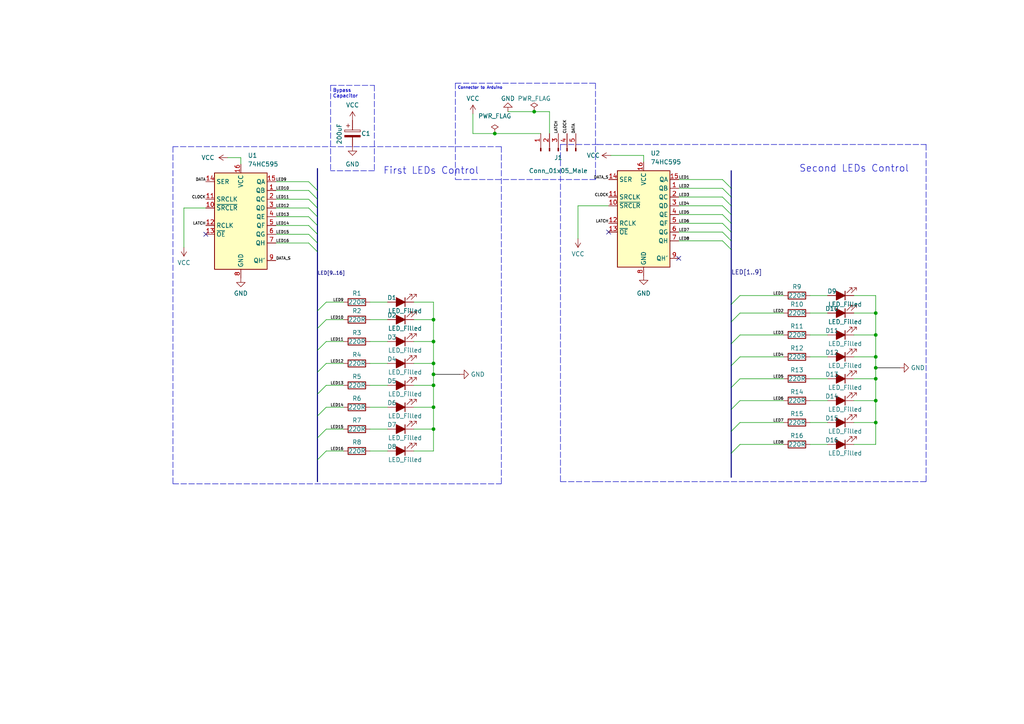
<source format=kicad_sch>
(kicad_sch (version 20211123) (generator eeschema)

  (uuid e63e39d7-6ac0-4ffd-8aa3-1841a4541b55)

  (paper "A4")

  (title_block
    (title "16-LED Board With Shift Registers")
    (date "2022-05-27")
    (rev "V1.0")
    (company "SMART INDUSTRIES")
    (comment 1 "CEO")
  )

  (lib_symbols
    (symbol "74xx:74HC595" (in_bom yes) (on_board yes)
      (property "Reference" "U" (id 0) (at -7.62 13.97 0)
        (effects (font (size 1.27 1.27)))
      )
      (property "Value" "74HC595" (id 1) (at -7.62 -16.51 0)
        (effects (font (size 1.27 1.27)))
      )
      (property "Footprint" "" (id 2) (at 0 0 0)
        (effects (font (size 1.27 1.27)) hide)
      )
      (property "Datasheet" "http://www.ti.com/lit/ds/symlink/sn74hc595.pdf" (id 3) (at 0 0 0)
        (effects (font (size 1.27 1.27)) hide)
      )
      (property "ki_keywords" "HCMOS SR 3State" (id 4) (at 0 0 0)
        (effects (font (size 1.27 1.27)) hide)
      )
      (property "ki_description" "8-bit serial in/out Shift Register 3-State Outputs" (id 5) (at 0 0 0)
        (effects (font (size 1.27 1.27)) hide)
      )
      (property "ki_fp_filters" "DIP*W7.62mm* SOIC*3.9x9.9mm*P1.27mm* TSSOP*4.4x5mm*P0.65mm* SOIC*5.3x10.2mm*P1.27mm* SOIC*7.5x10.3mm*P1.27mm*" (id 6) (at 0 0 0)
        (effects (font (size 1.27 1.27)) hide)
      )
      (symbol "74HC595_1_0"
        (pin tri_state line (at 10.16 7.62 180) (length 2.54)
          (name "QB" (effects (font (size 1.27 1.27))))
          (number "1" (effects (font (size 1.27 1.27))))
        )
        (pin input line (at -10.16 2.54 0) (length 2.54)
          (name "~{SRCLR}" (effects (font (size 1.27 1.27))))
          (number "10" (effects (font (size 1.27 1.27))))
        )
        (pin input line (at -10.16 5.08 0) (length 2.54)
          (name "SRCLK" (effects (font (size 1.27 1.27))))
          (number "11" (effects (font (size 1.27 1.27))))
        )
        (pin input line (at -10.16 -2.54 0) (length 2.54)
          (name "RCLK" (effects (font (size 1.27 1.27))))
          (number "12" (effects (font (size 1.27 1.27))))
        )
        (pin input line (at -10.16 -5.08 0) (length 2.54)
          (name "~{OE}" (effects (font (size 1.27 1.27))))
          (number "13" (effects (font (size 1.27 1.27))))
        )
        (pin input line (at -10.16 10.16 0) (length 2.54)
          (name "SER" (effects (font (size 1.27 1.27))))
          (number "14" (effects (font (size 1.27 1.27))))
        )
        (pin tri_state line (at 10.16 10.16 180) (length 2.54)
          (name "QA" (effects (font (size 1.27 1.27))))
          (number "15" (effects (font (size 1.27 1.27))))
        )
        (pin power_in line (at 0 15.24 270) (length 2.54)
          (name "VCC" (effects (font (size 1.27 1.27))))
          (number "16" (effects (font (size 1.27 1.27))))
        )
        (pin tri_state line (at 10.16 5.08 180) (length 2.54)
          (name "QC" (effects (font (size 1.27 1.27))))
          (number "2" (effects (font (size 1.27 1.27))))
        )
        (pin tri_state line (at 10.16 2.54 180) (length 2.54)
          (name "QD" (effects (font (size 1.27 1.27))))
          (number "3" (effects (font (size 1.27 1.27))))
        )
        (pin tri_state line (at 10.16 0 180) (length 2.54)
          (name "QE" (effects (font (size 1.27 1.27))))
          (number "4" (effects (font (size 1.27 1.27))))
        )
        (pin tri_state line (at 10.16 -2.54 180) (length 2.54)
          (name "QF" (effects (font (size 1.27 1.27))))
          (number "5" (effects (font (size 1.27 1.27))))
        )
        (pin tri_state line (at 10.16 -5.08 180) (length 2.54)
          (name "QG" (effects (font (size 1.27 1.27))))
          (number "6" (effects (font (size 1.27 1.27))))
        )
        (pin tri_state line (at 10.16 -7.62 180) (length 2.54)
          (name "QH" (effects (font (size 1.27 1.27))))
          (number "7" (effects (font (size 1.27 1.27))))
        )
        (pin power_in line (at 0 -17.78 90) (length 2.54)
          (name "GND" (effects (font (size 1.27 1.27))))
          (number "8" (effects (font (size 1.27 1.27))))
        )
        (pin output line (at 10.16 -12.7 180) (length 2.54)
          (name "QH'" (effects (font (size 1.27 1.27))))
          (number "9" (effects (font (size 1.27 1.27))))
        )
      )
      (symbol "74HC595_1_1"
        (rectangle (start -7.62 12.7) (end 7.62 -15.24)
          (stroke (width 0.254) (type default) (color 0 0 0 0))
          (fill (type background))
        )
      )
    )
    (symbol "Connector:Conn_01x05_Male" (pin_names (offset 1.016) hide) (in_bom yes) (on_board yes)
      (property "Reference" "J" (id 0) (at 0 7.62 0)
        (effects (font (size 1.27 1.27)))
      )
      (property "Value" "Conn_01x05_Male" (id 1) (at 0 -7.62 0)
        (effects (font (size 1.27 1.27)))
      )
      (property "Footprint" "" (id 2) (at 0 0 0)
        (effects (font (size 1.27 1.27)) hide)
      )
      (property "Datasheet" "~" (id 3) (at 0 0 0)
        (effects (font (size 1.27 1.27)) hide)
      )
      (property "ki_keywords" "connector" (id 4) (at 0 0 0)
        (effects (font (size 1.27 1.27)) hide)
      )
      (property "ki_description" "Generic connector, single row, 01x05, script generated (kicad-library-utils/schlib/autogen/connector/)" (id 5) (at 0 0 0)
        (effects (font (size 1.27 1.27)) hide)
      )
      (property "ki_fp_filters" "Connector*:*_1x??_*" (id 6) (at 0 0 0)
        (effects (font (size 1.27 1.27)) hide)
      )
      (symbol "Conn_01x05_Male_1_1"
        (polyline
          (pts
            (xy 1.27 -5.08)
            (xy 0.8636 -5.08)
          )
          (stroke (width 0.1524) (type default) (color 0 0 0 0))
          (fill (type none))
        )
        (polyline
          (pts
            (xy 1.27 -2.54)
            (xy 0.8636 -2.54)
          )
          (stroke (width 0.1524) (type default) (color 0 0 0 0))
          (fill (type none))
        )
        (polyline
          (pts
            (xy 1.27 0)
            (xy 0.8636 0)
          )
          (stroke (width 0.1524) (type default) (color 0 0 0 0))
          (fill (type none))
        )
        (polyline
          (pts
            (xy 1.27 2.54)
            (xy 0.8636 2.54)
          )
          (stroke (width 0.1524) (type default) (color 0 0 0 0))
          (fill (type none))
        )
        (polyline
          (pts
            (xy 1.27 5.08)
            (xy 0.8636 5.08)
          )
          (stroke (width 0.1524) (type default) (color 0 0 0 0))
          (fill (type none))
        )
        (rectangle (start 0.8636 -4.953) (end 0 -5.207)
          (stroke (width 0.1524) (type default) (color 0 0 0 0))
          (fill (type outline))
        )
        (rectangle (start 0.8636 -2.413) (end 0 -2.667)
          (stroke (width 0.1524) (type default) (color 0 0 0 0))
          (fill (type outline))
        )
        (rectangle (start 0.8636 0.127) (end 0 -0.127)
          (stroke (width 0.1524) (type default) (color 0 0 0 0))
          (fill (type outline))
        )
        (rectangle (start 0.8636 2.667) (end 0 2.413)
          (stroke (width 0.1524) (type default) (color 0 0 0 0))
          (fill (type outline))
        )
        (rectangle (start 0.8636 5.207) (end 0 4.953)
          (stroke (width 0.1524) (type default) (color 0 0 0 0))
          (fill (type outline))
        )
        (pin passive line (at 5.08 5.08 180) (length 3.81)
          (name "Pin_1" (effects (font (size 1.27 1.27))))
          (number "1" (effects (font (size 1.27 1.27))))
        )
        (pin passive line (at 5.08 2.54 180) (length 3.81)
          (name "Pin_2" (effects (font (size 1.27 1.27))))
          (number "2" (effects (font (size 1.27 1.27))))
        )
        (pin passive line (at 5.08 0 180) (length 3.81)
          (name "Pin_3" (effects (font (size 1.27 1.27))))
          (number "3" (effects (font (size 1.27 1.27))))
        )
        (pin passive line (at 5.08 -2.54 180) (length 3.81)
          (name "Pin_4" (effects (font (size 1.27 1.27))))
          (number "4" (effects (font (size 1.27 1.27))))
        )
        (pin passive line (at 5.08 -5.08 180) (length 3.81)
          (name "Pin_5" (effects (font (size 1.27 1.27))))
          (number "5" (effects (font (size 1.27 1.27))))
        )
      )
    )
    (symbol "Device:C_Polarized" (pin_numbers hide) (pin_names (offset 0.254)) (in_bom yes) (on_board yes)
      (property "Reference" "C" (id 0) (at 0.635 2.54 0)
        (effects (font (size 1.27 1.27)) (justify left))
      )
      (property "Value" "C_Polarized" (id 1) (at 0.635 -2.54 0)
        (effects (font (size 1.27 1.27)) (justify left))
      )
      (property "Footprint" "" (id 2) (at 0.9652 -3.81 0)
        (effects (font (size 1.27 1.27)) hide)
      )
      (property "Datasheet" "~" (id 3) (at 0 0 0)
        (effects (font (size 1.27 1.27)) hide)
      )
      (property "ki_keywords" "cap capacitor" (id 4) (at 0 0 0)
        (effects (font (size 1.27 1.27)) hide)
      )
      (property "ki_description" "Polarized capacitor" (id 5) (at 0 0 0)
        (effects (font (size 1.27 1.27)) hide)
      )
      (property "ki_fp_filters" "CP_*" (id 6) (at 0 0 0)
        (effects (font (size 1.27 1.27)) hide)
      )
      (symbol "C_Polarized_0_1"
        (rectangle (start -2.286 0.508) (end 2.286 1.016)
          (stroke (width 0) (type default) (color 0 0 0 0))
          (fill (type none))
        )
        (polyline
          (pts
            (xy -1.778 2.286)
            (xy -0.762 2.286)
          )
          (stroke (width 0) (type default) (color 0 0 0 0))
          (fill (type none))
        )
        (polyline
          (pts
            (xy -1.27 2.794)
            (xy -1.27 1.778)
          )
          (stroke (width 0) (type default) (color 0 0 0 0))
          (fill (type none))
        )
        (rectangle (start 2.286 -0.508) (end -2.286 -1.016)
          (stroke (width 0) (type default) (color 0 0 0 0))
          (fill (type outline))
        )
      )
      (symbol "C_Polarized_1_1"
        (pin passive line (at 0 3.81 270) (length 2.794)
          (name "~" (effects (font (size 1.27 1.27))))
          (number "1" (effects (font (size 1.27 1.27))))
        )
        (pin passive line (at 0 -3.81 90) (length 2.794)
          (name "~" (effects (font (size 1.27 1.27))))
          (number "2" (effects (font (size 1.27 1.27))))
        )
      )
    )
    (symbol "Device:LED_Filled" (pin_numbers hide) (pin_names (offset 1.016) hide) (in_bom yes) (on_board yes)
      (property "Reference" "D" (id 0) (at 0 2.54 0)
        (effects (font (size 1.27 1.27)))
      )
      (property "Value" "LED_Filled" (id 1) (at 0 -2.54 0)
        (effects (font (size 1.27 1.27)))
      )
      (property "Footprint" "" (id 2) (at 0 0 0)
        (effects (font (size 1.27 1.27)) hide)
      )
      (property "Datasheet" "~" (id 3) (at 0 0 0)
        (effects (font (size 1.27 1.27)) hide)
      )
      (property "ki_keywords" "LED diode" (id 4) (at 0 0 0)
        (effects (font (size 1.27 1.27)) hide)
      )
      (property "ki_description" "Light emitting diode, filled shape" (id 5) (at 0 0 0)
        (effects (font (size 1.27 1.27)) hide)
      )
      (property "ki_fp_filters" "LED* LED_SMD:* LED_THT:*" (id 6) (at 0 0 0)
        (effects (font (size 1.27 1.27)) hide)
      )
      (symbol "LED_Filled_0_1"
        (polyline
          (pts
            (xy -1.27 -1.27)
            (xy -1.27 1.27)
          )
          (stroke (width 0.254) (type default) (color 0 0 0 0))
          (fill (type none))
        )
        (polyline
          (pts
            (xy -1.27 0)
            (xy 1.27 0)
          )
          (stroke (width 0) (type default) (color 0 0 0 0))
          (fill (type none))
        )
        (polyline
          (pts
            (xy 1.27 -1.27)
            (xy 1.27 1.27)
            (xy -1.27 0)
            (xy 1.27 -1.27)
          )
          (stroke (width 0.254) (type default) (color 0 0 0 0))
          (fill (type outline))
        )
        (polyline
          (pts
            (xy -3.048 -0.762)
            (xy -4.572 -2.286)
            (xy -3.81 -2.286)
            (xy -4.572 -2.286)
            (xy -4.572 -1.524)
          )
          (stroke (width 0) (type default) (color 0 0 0 0))
          (fill (type none))
        )
        (polyline
          (pts
            (xy -1.778 -0.762)
            (xy -3.302 -2.286)
            (xy -2.54 -2.286)
            (xy -3.302 -2.286)
            (xy -3.302 -1.524)
          )
          (stroke (width 0) (type default) (color 0 0 0 0))
          (fill (type none))
        )
      )
      (symbol "LED_Filled_1_1"
        (pin passive line (at -3.81 0 0) (length 2.54)
          (name "K" (effects (font (size 1.27 1.27))))
          (number "1" (effects (font (size 1.27 1.27))))
        )
        (pin passive line (at 3.81 0 180) (length 2.54)
          (name "A" (effects (font (size 1.27 1.27))))
          (number "2" (effects (font (size 1.27 1.27))))
        )
      )
    )
    (symbol "Device:R" (pin_numbers hide) (pin_names (offset 0)) (in_bom yes) (on_board yes)
      (property "Reference" "R" (id 0) (at 2.032 0 90)
        (effects (font (size 1.27 1.27)))
      )
      (property "Value" "R" (id 1) (at 0 0 90)
        (effects (font (size 1.27 1.27)))
      )
      (property "Footprint" "" (id 2) (at -1.778 0 90)
        (effects (font (size 1.27 1.27)) hide)
      )
      (property "Datasheet" "~" (id 3) (at 0 0 0)
        (effects (font (size 1.27 1.27)) hide)
      )
      (property "ki_keywords" "R res resistor" (id 4) (at 0 0 0)
        (effects (font (size 1.27 1.27)) hide)
      )
      (property "ki_description" "Resistor" (id 5) (at 0 0 0)
        (effects (font (size 1.27 1.27)) hide)
      )
      (property "ki_fp_filters" "R_*" (id 6) (at 0 0 0)
        (effects (font (size 1.27 1.27)) hide)
      )
      (symbol "R_0_1"
        (rectangle (start -1.016 -2.54) (end 1.016 2.54)
          (stroke (width 0.254) (type default) (color 0 0 0 0))
          (fill (type none))
        )
      )
      (symbol "R_1_1"
        (pin passive line (at 0 3.81 270) (length 1.27)
          (name "~" (effects (font (size 1.27 1.27))))
          (number "1" (effects (font (size 1.27 1.27))))
        )
        (pin passive line (at 0 -3.81 90) (length 1.27)
          (name "~" (effects (font (size 1.27 1.27))))
          (number "2" (effects (font (size 1.27 1.27))))
        )
      )
    )
    (symbol "power:GND" (power) (pin_names (offset 0)) (in_bom yes) (on_board yes)
      (property "Reference" "#PWR" (id 0) (at 0 -6.35 0)
        (effects (font (size 1.27 1.27)) hide)
      )
      (property "Value" "GND" (id 1) (at 0 -3.81 0)
        (effects (font (size 1.27 1.27)))
      )
      (property "Footprint" "" (id 2) (at 0 0 0)
        (effects (font (size 1.27 1.27)) hide)
      )
      (property "Datasheet" "" (id 3) (at 0 0 0)
        (effects (font (size 1.27 1.27)) hide)
      )
      (property "ki_keywords" "power-flag" (id 4) (at 0 0 0)
        (effects (font (size 1.27 1.27)) hide)
      )
      (property "ki_description" "Power symbol creates a global label with name \"GND\" , ground" (id 5) (at 0 0 0)
        (effects (font (size 1.27 1.27)) hide)
      )
      (symbol "GND_0_1"
        (polyline
          (pts
            (xy 0 0)
            (xy 0 -1.27)
            (xy 1.27 -1.27)
            (xy 0 -2.54)
            (xy -1.27 -1.27)
            (xy 0 -1.27)
          )
          (stroke (width 0) (type default) (color 0 0 0 0))
          (fill (type none))
        )
      )
      (symbol "GND_1_1"
        (pin power_in line (at 0 0 270) (length 0) hide
          (name "GND" (effects (font (size 1.27 1.27))))
          (number "1" (effects (font (size 1.27 1.27))))
        )
      )
    )
    (symbol "power:PWR_FLAG" (power) (pin_numbers hide) (pin_names (offset 0) hide) (in_bom yes) (on_board yes)
      (property "Reference" "#FLG" (id 0) (at 0 1.905 0)
        (effects (font (size 1.27 1.27)) hide)
      )
      (property "Value" "PWR_FLAG" (id 1) (at 0 3.81 0)
        (effects (font (size 1.27 1.27)))
      )
      (property "Footprint" "" (id 2) (at 0 0 0)
        (effects (font (size 1.27 1.27)) hide)
      )
      (property "Datasheet" "~" (id 3) (at 0 0 0)
        (effects (font (size 1.27 1.27)) hide)
      )
      (property "ki_keywords" "power-flag" (id 4) (at 0 0 0)
        (effects (font (size 1.27 1.27)) hide)
      )
      (property "ki_description" "Special symbol for telling ERC where power comes from" (id 5) (at 0 0 0)
        (effects (font (size 1.27 1.27)) hide)
      )
      (symbol "PWR_FLAG_0_0"
        (pin power_out line (at 0 0 90) (length 0)
          (name "pwr" (effects (font (size 1.27 1.27))))
          (number "1" (effects (font (size 1.27 1.27))))
        )
      )
      (symbol "PWR_FLAG_0_1"
        (polyline
          (pts
            (xy 0 0)
            (xy 0 1.27)
            (xy -1.016 1.905)
            (xy 0 2.54)
            (xy 1.016 1.905)
            (xy 0 1.27)
          )
          (stroke (width 0) (type default) (color 0 0 0 0))
          (fill (type none))
        )
      )
    )
    (symbol "power:VCC" (power) (pin_names (offset 0)) (in_bom yes) (on_board yes)
      (property "Reference" "#PWR" (id 0) (at 0 -3.81 0)
        (effects (font (size 1.27 1.27)) hide)
      )
      (property "Value" "VCC" (id 1) (at 0 3.81 0)
        (effects (font (size 1.27 1.27)))
      )
      (property "Footprint" "" (id 2) (at 0 0 0)
        (effects (font (size 1.27 1.27)) hide)
      )
      (property "Datasheet" "" (id 3) (at 0 0 0)
        (effects (font (size 1.27 1.27)) hide)
      )
      (property "ki_keywords" "power-flag" (id 4) (at 0 0 0)
        (effects (font (size 1.27 1.27)) hide)
      )
      (property "ki_description" "Power symbol creates a global label with name \"VCC\"" (id 5) (at 0 0 0)
        (effects (font (size 1.27 1.27)) hide)
      )
      (symbol "VCC_0_1"
        (polyline
          (pts
            (xy -0.762 1.27)
            (xy 0 2.54)
          )
          (stroke (width 0) (type default) (color 0 0 0 0))
          (fill (type none))
        )
        (polyline
          (pts
            (xy 0 0)
            (xy 0 2.54)
          )
          (stroke (width 0) (type default) (color 0 0 0 0))
          (fill (type none))
        )
        (polyline
          (pts
            (xy 0 2.54)
            (xy 0.762 1.27)
          )
          (stroke (width 0) (type default) (color 0 0 0 0))
          (fill (type none))
        )
      )
      (symbol "VCC_1_1"
        (pin power_in line (at 0 0 90) (length 0) hide
          (name "VCC" (effects (font (size 1.27 1.27))))
          (number "1" (effects (font (size 1.27 1.27))))
        )
      )
    )
  )

  (junction (at 125.73 124.46) (diameter 0) (color 0 0 0 0)
    (uuid 0ef61244-100d-4cd2-9977-328b25d84fca)
  )
  (junction (at 254 116.205) (diameter 0) (color 0 0 0 0)
    (uuid 19cd7097-163d-4466-9529-1ab0a06a519d)
  )
  (junction (at 254 109.855) (diameter 0) (color 0 0 0 0)
    (uuid 1e5b514b-4264-470e-a8a1-f3037041962d)
  )
  (junction (at 254 97.155) (diameter 0) (color 0 0 0 0)
    (uuid 34965758-9225-46e2-9d00-4a8ebef3186e)
  )
  (junction (at 125.73 105.41) (diameter 0) (color 0 0 0 0)
    (uuid 46ccb2f3-e81c-4963-aef9-1e5f9cf9b1ab)
  )
  (junction (at 125.73 108.585) (diameter 0) (color 0 0 0 0)
    (uuid 58b878f3-05c4-4320-997b-ca174f33cc82)
  )
  (junction (at 125.73 111.76) (diameter 0) (color 0 0 0 0)
    (uuid 626a15d0-3c1d-476d-bfd1-b99a2d7c1511)
  )
  (junction (at 125.73 92.71) (diameter 0) (color 0 0 0 0)
    (uuid 966a3b38-ecec-477d-92fe-581adf18e43f)
  )
  (junction (at 254 106.68) (diameter 0) (color 0 0 0 0)
    (uuid 9e6cfc73-7be0-482a-a975-2c4319fbce68)
  )
  (junction (at 254 103.505) (diameter 0) (color 0 0 0 0)
    (uuid a04f22c8-5b09-4412-8d64-3a6c53122999)
  )
  (junction (at 154.94 32.385) (diameter 0) (color 0 0 0 0)
    (uuid ada369b6-8c59-4ae1-a826-ac4e074f38d4)
  )
  (junction (at 125.73 118.11) (diameter 0) (color 0 0 0 0)
    (uuid b36bf7fc-b28c-4b58-98ba-1a1eaef36c32)
  )
  (junction (at 143.51 38.735) (diameter 0) (color 0 0 0 0)
    (uuid b84b1def-7f43-4bce-90f4-eba1b8923091)
  )
  (junction (at 125.73 99.06) (diameter 0) (color 0 0 0 0)
    (uuid ccdf98e0-63c3-4ef9-9b27-d72b962acdf1)
  )
  (junction (at 254 90.805) (diameter 0) (color 0 0 0 0)
    (uuid e805531a-c4b5-4b25-98e8-814827e0001b)
  )
  (junction (at 254 122.555) (diameter 0) (color 0 0 0 0)
    (uuid eda7ddda-dcf0-4860-99e4-c9c842aa4a5b)
  )

  (no_connect (at 176.53 67.31) (uuid 22c05690-1442-4159-85c7-f9be5f267a2e))
  (no_connect (at 196.85 74.93) (uuid 22c05690-1442-4159-85c7-f9be5f267a2f))
  (no_connect (at 59.69 67.945) (uuid 8a5c93eb-b6e9-454d-a96c-7a35486953eb))

  (bus_entry (at 92.075 127) (size 2.54 -2.54)
    (stroke (width 0) (type default) (color 0 0 0 0))
    (uuid 24f54415-5ba5-469d-933e-79cdc545b89d)
  )
  (bus_entry (at 92.075 133.35) (size 2.54 -2.54)
    (stroke (width 0) (type default) (color 0 0 0 0))
    (uuid 24f54415-5ba5-469d-933e-79cdc545b89e)
  )
  (bus_entry (at 92.075 120.65) (size 2.54 -2.54)
    (stroke (width 0) (type default) (color 0 0 0 0))
    (uuid 24f54415-5ba5-469d-933e-79cdc545b89f)
  )
  (bus_entry (at 92.075 101.6) (size 2.54 -2.54)
    (stroke (width 0) (type default) (color 0 0 0 0))
    (uuid 24f54415-5ba5-469d-933e-79cdc545b8a0)
  )
  (bus_entry (at 92.075 95.25) (size 2.54 -2.54)
    (stroke (width 0) (type default) (color 0 0 0 0))
    (uuid 24f54415-5ba5-469d-933e-79cdc545b8a1)
  )
  (bus_entry (at 89.535 67.945) (size 2.54 2.54)
    (stroke (width 0) (type default) (color 0 0 0 0))
    (uuid 24f54415-5ba5-469d-933e-79cdc545b8a2)
  )
  (bus_entry (at 89.535 65.405) (size 2.54 2.54)
    (stroke (width 0) (type default) (color 0 0 0 0))
    (uuid 24f54415-5ba5-469d-933e-79cdc545b8a3)
  )
  (bus_entry (at 89.535 52.705) (size 2.54 2.54)
    (stroke (width 0) (type default) (color 0 0 0 0))
    (uuid 24f54415-5ba5-469d-933e-79cdc545b8a4)
  )
  (bus_entry (at 89.535 57.785) (size 2.54 2.54)
    (stroke (width 0) (type default) (color 0 0 0 0))
    (uuid 24f54415-5ba5-469d-933e-79cdc545b8a5)
  )
  (bus_entry (at 89.535 62.865) (size 2.54 2.54)
    (stroke (width 0) (type default) (color 0 0 0 0))
    (uuid 24f54415-5ba5-469d-933e-79cdc545b8a6)
  )
  (bus_entry (at 89.535 60.325) (size 2.54 2.54)
    (stroke (width 0) (type default) (color 0 0 0 0))
    (uuid 24f54415-5ba5-469d-933e-79cdc545b8a7)
  )
  (bus_entry (at 89.535 55.245) (size 2.54 2.54)
    (stroke (width 0) (type default) (color 0 0 0 0))
    (uuid 24f54415-5ba5-469d-933e-79cdc545b8a8)
  )
  (bus_entry (at 92.075 107.95) (size 2.54 -2.54)
    (stroke (width 0) (type default) (color 0 0 0 0))
    (uuid 24f54415-5ba5-469d-933e-79cdc545b8a9)
  )
  (bus_entry (at 89.535 70.485) (size 2.54 2.54)
    (stroke (width 0) (type default) (color 0 0 0 0))
    (uuid 24f54415-5ba5-469d-933e-79cdc545b8aa)
  )
  (bus_entry (at 92.075 114.3) (size 2.54 -2.54)
    (stroke (width 0) (type default) (color 0 0 0 0))
    (uuid 24f54415-5ba5-469d-933e-79cdc545b8ab)
  )
  (bus_entry (at 92.075 90.17) (size 2.54 -2.54)
    (stroke (width 0) (type default) (color 0 0 0 0))
    (uuid 24f54415-5ba5-469d-933e-79cdc545b8ac)
  )
  (bus_entry (at 209.55 54.61) (size 2.54 2.54)
    (stroke (width 0) (type default) (color 0 0 0 0))
    (uuid f2541b31-5c20-4754-aede-682e359ca7fa)
  )
  (bus_entry (at 209.55 52.07) (size 2.54 2.54)
    (stroke (width 0) (type default) (color 0 0 0 0))
    (uuid f2541b31-5c20-4754-aede-682e359ca7fb)
  )
  (bus_entry (at 209.55 57.15) (size 2.54 2.54)
    (stroke (width 0) (type default) (color 0 0 0 0))
    (uuid f2541b31-5c20-4754-aede-682e359ca7fc)
  )
  (bus_entry (at 209.55 59.69) (size 2.54 2.54)
    (stroke (width 0) (type default) (color 0 0 0 0))
    (uuid f2541b31-5c20-4754-aede-682e359ca7fd)
  )
  (bus_entry (at 209.55 62.23) (size 2.54 2.54)
    (stroke (width 0) (type default) (color 0 0 0 0))
    (uuid f2541b31-5c20-4754-aede-682e359ca7fe)
  )
  (bus_entry (at 209.55 64.77) (size 2.54 2.54)
    (stroke (width 0) (type default) (color 0 0 0 0))
    (uuid f2541b31-5c20-4754-aede-682e359ca7ff)
  )
  (bus_entry (at 209.55 67.31) (size 2.54 2.54)
    (stroke (width 0) (type default) (color 0 0 0 0))
    (uuid f2541b31-5c20-4754-aede-682e359ca800)
  )
  (bus_entry (at 209.55 69.85) (size 2.54 2.54)
    (stroke (width 0) (type default) (color 0 0 0 0))
    (uuid f2541b31-5c20-4754-aede-682e359ca801)
  )
  (bus_entry (at 212.09 88.265) (size 2.54 -2.54)
    (stroke (width 0) (type default) (color 0 0 0 0))
    (uuid f2541b31-5c20-4754-aede-682e359ca802)
  )
  (bus_entry (at 212.09 93.345) (size 2.54 -2.54)
    (stroke (width 0) (type default) (color 0 0 0 0))
    (uuid f2541b31-5c20-4754-aede-682e359ca803)
  )
  (bus_entry (at 212.09 99.695) (size 2.54 -2.54)
    (stroke (width 0) (type default) (color 0 0 0 0))
    (uuid f2541b31-5c20-4754-aede-682e359ca804)
  )
  (bus_entry (at 212.09 112.395) (size 2.54 -2.54)
    (stroke (width 0) (type default) (color 0 0 0 0))
    (uuid f2541b31-5c20-4754-aede-682e359ca805)
  )
  (bus_entry (at 212.09 118.745) (size 2.54 -2.54)
    (stroke (width 0) (type default) (color 0 0 0 0))
    (uuid f2541b31-5c20-4754-aede-682e359ca806)
  )
  (bus_entry (at 212.09 125.095) (size 2.54 -2.54)
    (stroke (width 0) (type default) (color 0 0 0 0))
    (uuid f2541b31-5c20-4754-aede-682e359ca807)
  )
  (bus_entry (at 212.09 106.045) (size 2.54 -2.54)
    (stroke (width 0) (type default) (color 0 0 0 0))
    (uuid f2541b31-5c20-4754-aede-682e359ca808)
  )
  (bus_entry (at 212.09 131.445) (size 2.54 -2.54)
    (stroke (width 0) (type default) (color 0 0 0 0))
    (uuid f2541b31-5c20-4754-aede-682e359ca809)
  )

  (bus (pts (xy 92.075 48.895) (xy 92.075 55.245))
    (stroke (width 0) (type default) (color 0 0 0 0))
    (uuid 011fa2ef-8381-441c-8f74-178a47fe171c)
  )

  (wire (pts (xy 196.85 52.07) (xy 209.55 52.07))
    (stroke (width 0) (type default) (color 0 0 0 0))
    (uuid 0517b6b2-8020-43eb-8de5-d526d095719f)
  )
  (wire (pts (xy 80.01 52.705) (xy 89.535 52.705))
    (stroke (width 0) (type default) (color 0 0 0 0))
    (uuid 068fa5da-b46a-4f22-a58b-b33c1802309c)
  )
  (wire (pts (xy 125.73 124.46) (xy 125.73 130.81))
    (stroke (width 0) (type default) (color 0 0 0 0))
    (uuid 07f49743-9f0e-47f9-a6b9-0ed8f4e3b017)
  )
  (bus (pts (xy 92.075 127) (xy 92.075 133.35))
    (stroke (width 0) (type default) (color 0 0 0 0))
    (uuid 0995ddc1-726b-4051-b211-6d5418278fa2)
  )

  (wire (pts (xy 107.315 105.41) (xy 112.395 105.41))
    (stroke (width 0) (type default) (color 0 0 0 0))
    (uuid 0bda4fea-9585-4025-ac81-c86550fce634)
  )
  (wire (pts (xy 176.53 59.69) (xy 167.64 59.69))
    (stroke (width 0) (type default) (color 0 0 0 0))
    (uuid 0c6a0e2d-2c90-4d37-9977-244cb521defc)
  )
  (bus (pts (xy 92.075 65.405) (xy 92.075 67.945))
    (stroke (width 0) (type default) (color 0 0 0 0))
    (uuid 0c6bb5d3-195a-46e1-8a58-fca03f2d1318)
  )

  (wire (pts (xy 107.315 118.11) (xy 112.395 118.11))
    (stroke (width 0) (type default) (color 0 0 0 0))
    (uuid 0cad2bcf-c939-4fa8-97e7-bdd0062fe43b)
  )
  (polyline (pts (xy 50.165 140.335) (xy 145.415 140.335))
    (stroke (width 0) (type default) (color 0 0 0 0))
    (uuid 100f500a-dbbb-433b-8962-ffda8f4e6624)
  )

  (bus (pts (xy 212.09 112.395) (xy 212.09 118.745))
    (stroke (width 0) (type default) (color 0 0 0 0))
    (uuid 110228b7-78c7-4823-aae3-b69f6e512d00)
  )

  (wire (pts (xy 196.85 57.15) (xy 209.55 57.15))
    (stroke (width 0) (type default) (color 0 0 0 0))
    (uuid 110a54db-1de8-4b11-b858-517fea4a687d)
  )
  (wire (pts (xy 254 122.555) (xy 254 128.905))
    (stroke (width 0) (type default) (color 0 0 0 0))
    (uuid 168e23b7-36dd-468f-9606-d9dd5ef88883)
  )
  (wire (pts (xy 53.34 60.325) (xy 53.34 71.755))
    (stroke (width 0) (type default) (color 0 0 0 0))
    (uuid 16ff65e2-dd81-4501-9b43-c89f8342686e)
  )
  (wire (pts (xy 125.73 92.71) (xy 125.73 99.06))
    (stroke (width 0) (type default) (color 0 0 0 0))
    (uuid 17aa1e81-8264-4d68-a0b5-327ccc7544c3)
  )
  (wire (pts (xy 234.95 85.725) (xy 240.03 85.725))
    (stroke (width 0) (type default) (color 0 0 0 0))
    (uuid 17dbd4c7-41d4-4666-a83b-9bd8edda479c)
  )
  (bus (pts (xy 212.09 69.85) (xy 212.09 72.39))
    (stroke (width 0) (type default) (color 0 0 0 0))
    (uuid 194e9835-270d-4a7e-8593-2c7d84231f7e)
  )

  (wire (pts (xy 254 85.725) (xy 254 90.805))
    (stroke (width 0) (type default) (color 0 0 0 0))
    (uuid 1affecfe-33ea-4210-ad45-6fc05c454770)
  )
  (wire (pts (xy 234.95 109.855) (xy 240.03 109.855))
    (stroke (width 0) (type default) (color 0 0 0 0))
    (uuid 1b8dae0b-79d9-4fe2-9873-222f717ceed1)
  )
  (wire (pts (xy 234.95 116.205) (xy 240.03 116.205))
    (stroke (width 0) (type default) (color 0 0 0 0))
    (uuid 1cdadf56-a878-4531-a971-ac211e139d1f)
  )
  (wire (pts (xy 196.85 59.69) (xy 209.55 59.69))
    (stroke (width 0) (type default) (color 0 0 0 0))
    (uuid 21fe544c-98e2-4e82-b4ef-1ea0f58cc831)
  )
  (polyline (pts (xy 50.165 42.545) (xy 50.165 140.335))
    (stroke (width 0) (type default) (color 0 0 0 0))
    (uuid 231fe29d-ef51-4ff0-95aa-7aba2eb2a18c)
  )

  (wire (pts (xy 214.63 90.805) (xy 227.33 90.805))
    (stroke (width 0) (type default) (color 0 0 0 0))
    (uuid 2327bc9e-74e0-4860-baee-d4f87225c712)
  )
  (wire (pts (xy 107.315 130.81) (xy 112.395 130.81))
    (stroke (width 0) (type default) (color 0 0 0 0))
    (uuid 269d3ba8-f00c-44a4-a153-197f961a1618)
  )
  (polyline (pts (xy 268.605 41.91) (xy 268.605 139.7))
    (stroke (width 0) (type default) (color 0 0 0 0))
    (uuid 2834dfbb-c10f-452b-a1d6-93d15a48d4c5)
  )

  (wire (pts (xy 80.01 62.865) (xy 89.535 62.865))
    (stroke (width 0) (type default) (color 0 0 0 0))
    (uuid 29607575-b087-4b8f-ae5d-05419676b5ea)
  )
  (wire (pts (xy 107.315 99.06) (xy 112.395 99.06))
    (stroke (width 0) (type default) (color 0 0 0 0))
    (uuid 29a7ca17-9ca8-436b-b088-d64202bc56d4)
  )
  (wire (pts (xy 167.64 59.69) (xy 167.64 69.215))
    (stroke (width 0) (type default) (color 0 0 0 0))
    (uuid 2d58d1fc-0cb5-4ab3-8847-1b5af97c0d4a)
  )
  (bus (pts (xy 212.09 88.265) (xy 212.09 93.345))
    (stroke (width 0) (type default) (color 0 0 0 0))
    (uuid 2d72aaab-732c-4db7-b7fe-159ef0ea9c0d)
  )

  (wire (pts (xy 125.73 130.81) (xy 120.015 130.81))
    (stroke (width 0) (type default) (color 0 0 0 0))
    (uuid 2da2ce00-163a-45e6-9251-89308c5f2ff0)
  )
  (wire (pts (xy 247.65 90.805) (xy 254 90.805))
    (stroke (width 0) (type default) (color 0 0 0 0))
    (uuid 2ffd8d81-1434-40ab-95a2-d406234dae5d)
  )
  (wire (pts (xy 120.015 111.76) (xy 125.73 111.76))
    (stroke (width 0) (type default) (color 0 0 0 0))
    (uuid 31349686-eb4e-4330-8ff6-b6f56d387fc8)
  )
  (bus (pts (xy 92.075 133.35) (xy 92.075 139.7))
    (stroke (width 0) (type default) (color 0 0 0 0))
    (uuid 334787f8-65c0-43a0-8f11-b8b0827cea52)
  )

  (wire (pts (xy 247.65 103.505) (xy 254 103.505))
    (stroke (width 0) (type default) (color 0 0 0 0))
    (uuid 34839dd5-7a9a-4906-b347-5bceb102a07a)
  )
  (wire (pts (xy 234.95 128.905) (xy 240.03 128.905))
    (stroke (width 0) (type default) (color 0 0 0 0))
    (uuid 35f2fc68-5988-4cd1-8fd1-98920897fe8e)
  )
  (wire (pts (xy 120.015 92.71) (xy 125.73 92.71))
    (stroke (width 0) (type default) (color 0 0 0 0))
    (uuid 37b459e3-817f-4b1e-992b-770611086f73)
  )
  (polyline (pts (xy 108.585 49.53) (xy 95.885 49.53))
    (stroke (width 0) (type default) (color 0 0 0 0))
    (uuid 38dcda9c-972a-416e-bb8b-ce0d6777cbd4)
  )

  (wire (pts (xy 94.615 124.46) (xy 99.695 124.46))
    (stroke (width 0) (type default) (color 0 0 0 0))
    (uuid 39890095-fbfd-40c9-b9c5-43b5f6224517)
  )
  (wire (pts (xy 214.63 85.725) (xy 227.33 85.725))
    (stroke (width 0) (type default) (color 0 0 0 0))
    (uuid 3ad6cce0-579a-43bc-986c-6167d3cff8c8)
  )
  (bus (pts (xy 92.075 62.865) (xy 92.075 65.405))
    (stroke (width 0) (type default) (color 0 0 0 0))
    (uuid 3b8df28e-6a81-4f82-a47b-89aace48684c)
  )

  (polyline (pts (xy 145.415 42.545) (xy 145.415 140.335))
    (stroke (width 0) (type default) (color 0 0 0 0))
    (uuid 3c9d5783-79bf-4c07-9a94-e4e629f9c577)
  )

  (wire (pts (xy 125.73 118.11) (xy 125.73 124.46))
    (stroke (width 0) (type default) (color 0 0 0 0))
    (uuid 3f9201e8-1489-40e5-a29e-aa5fb2776947)
  )
  (wire (pts (xy 214.63 109.855) (xy 227.33 109.855))
    (stroke (width 0) (type default) (color 0 0 0 0))
    (uuid 4286134f-6bdb-4a3b-a975-577a73da2b57)
  )
  (wire (pts (xy 107.315 87.63) (xy 112.395 87.63))
    (stroke (width 0) (type default) (color 0 0 0 0))
    (uuid 42e7d13f-f2e7-424d-af70-035576433a20)
  )
  (wire (pts (xy 254 90.805) (xy 254 97.155))
    (stroke (width 0) (type default) (color 0 0 0 0))
    (uuid 4631e4d1-194b-4884-8be2-68d2a19e70f4)
  )
  (polyline (pts (xy 172.72 52.07) (xy 132.08 52.07))
    (stroke (width 0) (type default) (color 0 0 0 0))
    (uuid 480e27f5-8b52-4dd5-b405-03a8d0d2c65e)
  )

  (wire (pts (xy 247.65 85.725) (xy 254 85.725))
    (stroke (width 0) (type default) (color 0 0 0 0))
    (uuid 4b2b927f-cbbb-4a7a-9fa7-dc9e03c786bf)
  )
  (wire (pts (xy 80.01 67.945) (xy 89.535 67.945))
    (stroke (width 0) (type default) (color 0 0 0 0))
    (uuid 4d69f6d1-10a3-4ebf-b6d5-758bdda38a26)
  )
  (wire (pts (xy 80.01 70.485) (xy 89.535 70.485))
    (stroke (width 0) (type default) (color 0 0 0 0))
    (uuid 501febf7-00e1-455b-824a-67449be3ab8c)
  )
  (bus (pts (xy 92.075 67.945) (xy 92.075 70.485))
    (stroke (width 0) (type default) (color 0 0 0 0))
    (uuid 504ebf3c-1ad6-48d6-a567-9481e486c683)
  )

  (polyline (pts (xy 162.56 41.91) (xy 173.355 41.91))
    (stroke (width 0) (type default) (color 0 0 0 0))
    (uuid 526211c1-5778-4adb-878f-1ae19fd2f028)
  )

  (bus (pts (xy 92.075 60.325) (xy 92.075 62.865))
    (stroke (width 0) (type default) (color 0 0 0 0))
    (uuid 5398f6b6-6a92-4b71-bc2a-993a51f4fbe0)
  )

  (wire (pts (xy 260.985 106.68) (xy 254 106.68))
    (stroke (width 0) (type default) (color 0 0 0 1))
    (uuid 53ae54d1-4d6c-4ad5-a2f0-0106703d2a36)
  )
  (bus (pts (xy 212.09 72.39) (xy 212.09 88.265))
    (stroke (width 0) (type default) (color 0 0 0 0))
    (uuid 567dffa8-992f-44b5-b4b1-7af2895bb27d)
  )

  (wire (pts (xy 94.615 130.81) (xy 99.695 130.81))
    (stroke (width 0) (type default) (color 0 0 0 0))
    (uuid 574549c6-9637-4744-acd2-851a397e7b9d)
  )
  (wire (pts (xy 94.615 92.71) (xy 99.695 92.71))
    (stroke (width 0) (type default) (color 0 0 0 0))
    (uuid 5814fae0-bb6f-45c1-a527-d40b3e419c93)
  )
  (wire (pts (xy 125.73 87.63) (xy 125.73 92.71))
    (stroke (width 0) (type default) (color 0 0 0 0))
    (uuid 5833aad0-a69e-4545-8526-4390b8e80cc8)
  )
  (wire (pts (xy 80.01 57.785) (xy 89.535 57.785))
    (stroke (width 0) (type default) (color 0 0 0 0))
    (uuid 58fa0419-b2d6-433e-8fd3-0d7f06ef9d89)
  )
  (wire (pts (xy 156.845 38.735) (xy 143.51 38.735))
    (stroke (width 0) (type default) (color 0 0 0 0))
    (uuid 5ab18e48-b9fa-489f-90d5-47534fd0f2df)
  )
  (wire (pts (xy 254 103.505) (xy 254 106.68))
    (stroke (width 0) (type default) (color 0 0 0 0))
    (uuid 5c3a5e98-018c-464d-a8b7-442bc413c784)
  )
  (wire (pts (xy 196.85 64.77) (xy 209.55 64.77))
    (stroke (width 0) (type default) (color 0 0 0 0))
    (uuid 5d0bb49b-2316-4403-8848-6a26dd4cf764)
  )
  (polyline (pts (xy 132.08 24.13) (xy 172.72 24.13))
    (stroke (width 0) (type default) (color 0 0 0 0))
    (uuid 5d53df37-9574-4830-b32f-e52448cb2f35)
  )

  (wire (pts (xy 214.63 97.155) (xy 227.33 97.155))
    (stroke (width 0) (type default) (color 0 0 0 0))
    (uuid 639888fe-8958-4606-9900-f3a35ebb3682)
  )
  (wire (pts (xy 254 97.155) (xy 254 103.505))
    (stroke (width 0) (type default) (color 0 0 0 0))
    (uuid 6456bbc3-6bf9-4cf2-9d23-93bdeba749d0)
  )
  (bus (pts (xy 212.09 59.69) (xy 212.09 62.23))
    (stroke (width 0) (type default) (color 0 0 0 0))
    (uuid 6bc29ba9-5123-4c9e-9739-033421453fa8)
  )

  (polyline (pts (xy 162.56 41.91) (xy 162.56 139.7))
    (stroke (width 0) (type default) (color 0 0 0 0))
    (uuid 6e6a8357-3dbc-44cd-a026-a06cc14f31eb)
  )

  (wire (pts (xy 137.16 38.735) (xy 137.16 33.02))
    (stroke (width 0) (type default) (color 0 0 0 0))
    (uuid 70672ead-393a-4a04-b708-b0ba10aa8b59)
  )
  (wire (pts (xy 186.69 45.085) (xy 186.69 46.99))
    (stroke (width 0) (type default) (color 0 0 0 0))
    (uuid 72bf36a5-1464-4ee8-8960-89910b025c8f)
  )
  (bus (pts (xy 92.075 120.65) (xy 92.075 127))
    (stroke (width 0) (type default) (color 0 0 0 0))
    (uuid 75a5dd6b-b80a-45ee-b2ae-9732c797e660)
  )

  (wire (pts (xy 107.315 111.76) (xy 112.395 111.76))
    (stroke (width 0) (type default) (color 0 0 0 0))
    (uuid 76bf53f3-8447-4d96-a288-c394968eb8d3)
  )
  (wire (pts (xy 159.385 38.735) (xy 159.385 32.385))
    (stroke (width 0) (type default) (color 0 0 0 0))
    (uuid 78e8a3f1-50ad-4be8-9ad7-4c21f7f95e7d)
  )
  (wire (pts (xy 94.615 99.06) (xy 99.695 99.06))
    (stroke (width 0) (type default) (color 0 0 0 0))
    (uuid 791fe62c-9e90-4aee-8d96-f120eda1ddd1)
  )
  (wire (pts (xy 234.95 103.505) (xy 240.03 103.505))
    (stroke (width 0) (type default) (color 0 0 0 0))
    (uuid 7a62c609-78e9-4242-93cb-b5d4b2e8fd95)
  )
  (wire (pts (xy 254 109.855) (xy 254 116.205))
    (stroke (width 0) (type default) (color 0 0 0 0))
    (uuid 7b26354a-c93d-43d5-a88b-2d84c55510f5)
  )
  (polyline (pts (xy 172.72 24.13) (xy 172.72 52.07))
    (stroke (width 0) (type default) (color 0 0 0 0))
    (uuid 7b7d2b4b-1113-4ab2-bc0b-f0a9fc7365ef)
  )

  (wire (pts (xy 254 116.205) (xy 254 122.555))
    (stroke (width 0) (type default) (color 0 0 0 0))
    (uuid 7bd02030-f023-4bb0-bfa5-4ec29de08584)
  )
  (polyline (pts (xy 95.885 24.765) (xy 95.885 49.53))
    (stroke (width 0) (type default) (color 0 0 0 0))
    (uuid 7dd48698-2559-41d2-a1f7-127b521b1bc9)
  )
  (polyline (pts (xy 173.355 41.91) (xy 268.605 41.91))
    (stroke (width 0) (type default) (color 0 0 0 0))
    (uuid 81b7d312-0083-46e0-8156-3235028207b5)
  )

  (wire (pts (xy 196.85 62.23) (xy 209.55 62.23))
    (stroke (width 0) (type default) (color 0 0 0 0))
    (uuid 82c6cfd5-a1c8-4faf-91c1-a06f956ef4e4)
  )
  (bus (pts (xy 212.09 106.045) (xy 212.09 112.395))
    (stroke (width 0) (type default) (color 0 0 0 0))
    (uuid 839dd43c-439e-4e82-9fea-4cf6f250852e)
  )
  (bus (pts (xy 212.09 64.77) (xy 212.09 67.31))
    (stroke (width 0) (type default) (color 0 0 0 0))
    (uuid 84a0aea7-31bd-4f1c-8adb-31a4bf25e7e8)
  )

  (wire (pts (xy 69.85 45.72) (xy 66.04 45.72))
    (stroke (width 0) (type default) (color 0 0 0 0))
    (uuid 8cf9e915-4757-4c0b-a601-8302de724910)
  )
  (bus (pts (xy 92.075 70.485) (xy 92.075 73.025))
    (stroke (width 0) (type default) (color 0 0 0 0))
    (uuid 8d573fd1-bb40-481a-a665-8b59a3c904df)
  )

  (wire (pts (xy 196.85 54.61) (xy 209.55 54.61))
    (stroke (width 0) (type default) (color 0 0 0 0))
    (uuid 8fa454ee-e47a-44d6-bc69-e3e42b30edc0)
  )
  (bus (pts (xy 92.075 101.6) (xy 92.075 107.95))
    (stroke (width 0) (type default) (color 0 0 0 0))
    (uuid 91b6aa8d-1953-4d8e-a819-79c59f21c9a5)
  )

  (wire (pts (xy 247.65 122.555) (xy 254 122.555))
    (stroke (width 0) (type default) (color 0 0 0 0))
    (uuid 923f6efc-1860-4301-81e1-8797287b41e4)
  )
  (polyline (pts (xy 162.56 139.7) (xy 173.355 139.7))
    (stroke (width 0) (type default) (color 0 0 0 0))
    (uuid 97727f25-2fed-42ae-a80b-bbc827de3e51)
  )

  (wire (pts (xy 196.85 67.31) (xy 209.55 67.31))
    (stroke (width 0) (type default) (color 0 0 0 0))
    (uuid 982d160d-c02b-47ab-a62f-9f7220608083)
  )
  (wire (pts (xy 125.73 108.585) (xy 125.73 111.76))
    (stroke (width 0) (type default) (color 0 0 0 0))
    (uuid 99c6c82b-251b-4320-a2d4-54c15bf7d50d)
  )
  (wire (pts (xy 247.65 116.205) (xy 254 116.205))
    (stroke (width 0) (type default) (color 0 0 0 0))
    (uuid 9ae5eab0-300b-4ffe-865a-2d60a1593b31)
  )
  (bus (pts (xy 212.09 62.23) (xy 212.09 64.77))
    (stroke (width 0) (type default) (color 0 0 0 0))
    (uuid 9af595b2-d903-4179-8e7a-5f35b2de957c)
  )

  (wire (pts (xy 214.63 103.505) (xy 227.33 103.505))
    (stroke (width 0) (type default) (color 0 0 0 0))
    (uuid 9c43ee55-6fb7-4eab-9da8-6f1d9b81e897)
  )
  (wire (pts (xy 120.015 87.63) (xy 125.73 87.63))
    (stroke (width 0) (type default) (color 0 0 0 0))
    (uuid 9f95793b-ade4-479d-8d1c-8b51d59cb94d)
  )
  (wire (pts (xy 120.015 124.46) (xy 125.73 124.46))
    (stroke (width 0) (type default) (color 0 0 0 0))
    (uuid a0b79b31-0b22-4979-9b5a-b15ffd65d83c)
  )
  (wire (pts (xy 107.315 92.71) (xy 112.395 92.71))
    (stroke (width 0) (type default) (color 0 0 0 0))
    (uuid a2af68ff-53fa-42c2-899b-a689d848f488)
  )
  (wire (pts (xy 120.015 105.41) (xy 125.73 105.41))
    (stroke (width 0) (type default) (color 0 0 0 0))
    (uuid a8577759-b537-4ba6-9ca9-7cbc6104577d)
  )
  (bus (pts (xy 212.09 67.31) (xy 212.09 69.85))
    (stroke (width 0) (type default) (color 0 0 0 0))
    (uuid aaf6cb7e-ff81-4522-bf15-cd53467cac7e)
  )
  (bus (pts (xy 212.09 118.745) (xy 212.09 125.095))
    (stroke (width 0) (type default) (color 0 0 0 0))
    (uuid aafe18b7-b28b-418b-8be2-af7922636216)
  )

  (wire (pts (xy 120.015 99.06) (xy 125.73 99.06))
    (stroke (width 0) (type default) (color 0 0 0 0))
    (uuid abf05c78-ba18-490f-9d5e-f5d99703612c)
  )
  (wire (pts (xy 125.73 111.76) (xy 125.73 118.11))
    (stroke (width 0) (type default) (color 0 0 0 0))
    (uuid abffd473-64de-4fa8-8d2e-556ec813b172)
  )
  (wire (pts (xy 159.385 32.385) (xy 154.94 32.385))
    (stroke (width 0) (type default) (color 0 0 0 0))
    (uuid ac2c13f7-1dba-4764-a0eb-251eb17ff0cf)
  )
  (bus (pts (xy 92.075 114.3) (xy 92.075 120.65))
    (stroke (width 0) (type default) (color 0 0 0 0))
    (uuid acb9d65b-64a9-4ffd-ba61-73ad6a157c43)
  )

  (wire (pts (xy 214.63 116.205) (xy 227.33 116.205))
    (stroke (width 0) (type default) (color 0 0 0 0))
    (uuid ae20f7e4-4a9d-4f61-92c0-a772efa55dd1)
  )
  (wire (pts (xy 234.95 97.155) (xy 240.03 97.155))
    (stroke (width 0) (type default) (color 0 0 0 0))
    (uuid af51b58b-b305-4c08-9a2c-6fdec0b8b603)
  )
  (wire (pts (xy 94.615 105.41) (xy 99.695 105.41))
    (stroke (width 0) (type default) (color 0 0 0 0))
    (uuid b24399d0-5352-419b-be66-2dd2e5466835)
  )
  (wire (pts (xy 214.63 128.905) (xy 227.33 128.905))
    (stroke (width 0) (type default) (color 0 0 0 0))
    (uuid b53d0abc-4298-4a2a-b135-4b74b43ca29a)
  )
  (wire (pts (xy 125.73 99.06) (xy 125.73 105.41))
    (stroke (width 0) (type default) (color 0 0 0 0))
    (uuid b57aaf07-9b85-4838-8179-ebbdbb57e4d7)
  )
  (wire (pts (xy 196.85 69.85) (xy 209.55 69.85))
    (stroke (width 0) (type default) (color 0 0 0 0))
    (uuid b5acc30b-b438-46c2-b6b9-9184a97fdc4a)
  )
  (wire (pts (xy 254 128.905) (xy 247.65 128.905))
    (stroke (width 0) (type default) (color 0 0 0 0))
    (uuid b7554b19-a77d-4bab-9f2b-620db91a6200)
  )
  (wire (pts (xy 214.63 122.555) (xy 227.33 122.555))
    (stroke (width 0) (type default) (color 0 0 0 0))
    (uuid b81ebd08-b6ba-4533-8221-65387d6c0bef)
  )
  (wire (pts (xy 154.94 32.385) (xy 147.32 32.385))
    (stroke (width 0) (type default) (color 0 0 0 0))
    (uuid b85d1b10-5a08-4d50-915e-cb1cffe38581)
  )
  (wire (pts (xy 125.73 105.41) (xy 125.73 108.585))
    (stroke (width 0) (type default) (color 0 0 0 0))
    (uuid b9470ca2-3e21-4f14-9505-b824e63c2614)
  )
  (bus (pts (xy 212.09 99.695) (xy 212.09 106.045))
    (stroke (width 0) (type default) (color 0 0 0 0))
    (uuid b97da0a3-e069-4cad-b966-aa30a95e9000)
  )
  (bus (pts (xy 212.09 93.345) (xy 212.09 99.695))
    (stroke (width 0) (type default) (color 0 0 0 0))
    (uuid bd28faed-aa75-4230-b08a-dceb88d88831)
  )
  (bus (pts (xy 212.09 131.445) (xy 212.09 138.43))
    (stroke (width 0) (type default) (color 0 0 0 0))
    (uuid bd8cf54c-65c4-4bac-9447-6924e50c8896)
  )
  (bus (pts (xy 212.09 49.53) (xy 212.09 54.61))
    (stroke (width 0) (type default) (color 0 0 0 0))
    (uuid c3d7e130-9774-454b-9c0f-d7eb3df67497)
  )
  (bus (pts (xy 92.075 55.245) (xy 92.075 57.785))
    (stroke (width 0) (type default) (color 0 0 0 0))
    (uuid c54f6102-66c5-4fa7-88e9-36f22421967a)
  )

  (wire (pts (xy 247.65 109.855) (xy 254 109.855))
    (stroke (width 0) (type default) (color 0 0 0 0))
    (uuid cd5080d3-2a19-4e1a-ad08-4aced2cd50cb)
  )
  (wire (pts (xy 234.95 122.555) (xy 240.03 122.555))
    (stroke (width 0) (type default) (color 0 0 0 0))
    (uuid d01afbb7-f07c-409e-a538-d7d8282ce949)
  )
  (polyline (pts (xy 95.885 24.765) (xy 108.585 24.765))
    (stroke (width 0) (type default) (color 0 0 0 0))
    (uuid d05342bc-e582-41f8-8cca-c52587708eb7)
  )

  (bus (pts (xy 212.09 57.15) (xy 212.09 59.69))
    (stroke (width 0) (type default) (color 0 0 0 0))
    (uuid d6f25f39-f6a8-4c96-a97b-3c4f2e04dfad)
  )
  (bus (pts (xy 212.09 125.095) (xy 212.09 131.445))
    (stroke (width 0) (type default) (color 0 0 0 0))
    (uuid d7e2395f-a130-48c2-af66-225576ec5440)
  )

  (wire (pts (xy 143.51 38.735) (xy 137.16 38.735))
    (stroke (width 0) (type default) (color 0 0 0 0))
    (uuid da55500e-d8c3-4733-b53c-dbfdeb024dd9)
  )
  (bus (pts (xy 92.075 73.025) (xy 92.075 90.17))
    (stroke (width 0) (type default) (color 0 0 0 0))
    (uuid dcc80456-6d97-4e08-9632-86f6161205f2)
  )

  (polyline (pts (xy 268.605 139.7) (xy 173.355 139.7))
    (stroke (width 0) (type default) (color 0 0 0 0))
    (uuid de0357d7-511c-4976-97d1-7cfeff82eb0c)
  )

  (wire (pts (xy 247.65 97.155) (xy 254 97.155))
    (stroke (width 0) (type default) (color 0 0 0 0))
    (uuid e08a8799-9c3f-4a28-91cd-6d8519d9bfed)
  )
  (wire (pts (xy 59.69 60.325) (xy 53.34 60.325))
    (stroke (width 0) (type default) (color 0 0 0 0))
    (uuid e33ead8f-7efa-4dbc-9297-554d9ba61f2c)
  )
  (polyline (pts (xy 145.415 42.545) (xy 50.165 42.545))
    (stroke (width 0) (type default) (color 0 0 0 0))
    (uuid e444b6e7-b58a-4468-9864-c7e928b07db5)
  )

  (wire (pts (xy 234.95 90.805) (xy 240.03 90.805))
    (stroke (width 0) (type default) (color 0 0 0 0))
    (uuid e4b043a6-d5a9-458d-a811-ee16dbdda0e1)
  )
  (polyline (pts (xy 108.585 24.765) (xy 108.585 49.53))
    (stroke (width 0) (type default) (color 0 0 0 0))
    (uuid e608009f-1865-46cd-9910-af009cdb0620)
  )

  (wire (pts (xy 94.615 118.11) (xy 99.695 118.11))
    (stroke (width 0) (type default) (color 0 0 0 0))
    (uuid e656aaf1-65c2-4b4f-ae6f-4a94dad56b4e)
  )
  (wire (pts (xy 80.01 55.245) (xy 89.535 55.245))
    (stroke (width 0) (type default) (color 0 0 0 0))
    (uuid e73ef9c4-f805-4487-aaf1-95d6d849b7f5)
  )
  (wire (pts (xy 125.73 108.585) (xy 133.35 108.585))
    (stroke (width 0) (type default) (color 0 0 0 1))
    (uuid ea2904ee-6c89-4953-b7c4-4224c2d4a3b0)
  )
  (bus (pts (xy 212.09 54.61) (xy 212.09 57.15))
    (stroke (width 0) (type default) (color 0 0 0 0))
    (uuid ecb2507a-cd91-4bd7-993d-88dfdaf3a027)
  )
  (bus (pts (xy 92.075 90.17) (xy 92.075 95.25))
    (stroke (width 0) (type default) (color 0 0 0 0))
    (uuid f0c2dfa0-e8dc-4fa9-a38a-1f031246368a)
  )

  (wire (pts (xy 80.01 65.405) (xy 89.535 65.405))
    (stroke (width 0) (type default) (color 0 0 0 0))
    (uuid f180132f-94a7-41e7-a2cf-e407d4deaa37)
  )
  (wire (pts (xy 80.01 60.325) (xy 89.535 60.325))
    (stroke (width 0) (type default) (color 0 0 0 0))
    (uuid f3d2b451-32b0-4f15-96d0-a91ce132b2e2)
  )
  (wire (pts (xy 69.85 45.72) (xy 69.85 47.625))
    (stroke (width 0) (type default) (color 0 0 0 0))
    (uuid f40efc59-d278-4160-95fb-1c5fd5874212)
  )
  (wire (pts (xy 107.315 124.46) (xy 112.395 124.46))
    (stroke (width 0) (type default) (color 0 0 0 0))
    (uuid f444526f-8e7d-4640-9c01-9694982ec612)
  )
  (wire (pts (xy 120.015 118.11) (xy 125.73 118.11))
    (stroke (width 0) (type default) (color 0 0 0 0))
    (uuid f5c3817d-c2b7-4f08-977e-283bcdc1f125)
  )
  (bus (pts (xy 92.075 107.95) (xy 92.075 114.3))
    (stroke (width 0) (type default) (color 0 0 0 0))
    (uuid f74fcc1d-5cf0-46a4-9f24-d713d56e8684)
  )

  (wire (pts (xy 94.615 87.63) (xy 99.695 87.63))
    (stroke (width 0) (type default) (color 0 0 0 0))
    (uuid f75b368f-3d3d-43e2-ad1c-90ad0bade58c)
  )
  (wire (pts (xy 94.615 111.76) (xy 99.695 111.76))
    (stroke (width 0) (type default) (color 0 0 0 0))
    (uuid fabdd85e-0719-4dae-950b-55119284cd4b)
  )
  (polyline (pts (xy 132.08 24.13) (xy 132.08 52.07))
    (stroke (width 0) (type default) (color 0 0 0 0))
    (uuid fbccaa72-9fe2-4abe-bfe0-f7d49f697a58)
  )

  (bus (pts (xy 92.075 57.785) (xy 92.075 60.325))
    (stroke (width 0) (type default) (color 0 0 0 0))
    (uuid fcb090c5-696c-4d4b-bbff-f4e299b49a07)
  )

  (wire (pts (xy 177.165 45.085) (xy 186.69 45.085))
    (stroke (width 0) (type default) (color 0 0 0 0))
    (uuid fd2b65cc-37df-4ec6-9ccf-f69a423473a8)
  )
  (bus (pts (xy 92.075 95.25) (xy 92.075 101.6))
    (stroke (width 0) (type default) (color 0 0 0 0))
    (uuid fecb3613-9287-4035-9566-c61aee6e94e2)
  )

  (wire (pts (xy 254 106.68) (xy 254 109.855))
    (stroke (width 0) (type default) (color 0 0 0 0))
    (uuid ff1cc365-7222-44f1-bcbd-fdb99ab0cf47)
  )

  (text "Second LEDs Control" (at 231.775 50.165 0)
    (effects (font (size 2 2)) (justify left bottom))
    (uuid 30d3063c-2d58-4839-b545-00bfc21a72d0)
  )
  (text "First LEDs Control" (at 111.125 50.8 0)
    (effects (font (size 2 2)) (justify left bottom))
    (uuid 87c504d3-b642-4109-a05b-9852242e7eb7)
  )
  (text "Connector to Arduino" (at 132.715 26.035 0)
    (effects (font (size 0.8 0.8)) (justify left bottom))
    (uuid b4dfe8e4-2a9d-4f60-b514-c0e087f8e699)
  )
  (text "Bypass \nCapacitor" (at 96.52 28.575 0)
    (effects (font (size 1 1)) (justify left bottom))
    (uuid c395a012-f661-4dfa-81d0-67f7efb45c20)
  )

  (label "LED4" (at 196.85 59.69 0)
    (effects (font (size 0.8 0.8)) (justify left bottom))
    (uuid 00ae440f-fb9a-4f42-b8bd-f70e305b9bac)
  )
  (label "CLOCK" (at 176.53 57.15 180)
    (effects (font (size 0.8 0.8)) (justify right bottom))
    (uuid 03a5a16b-d09d-488a-b168-6c2896b85081)
  )
  (label "LED5" (at 196.85 62.23 0)
    (effects (font (size 0.8 0.8)) (justify left bottom))
    (uuid 0b4e4b95-c60c-4a02-8178-1c74b64f571d)
  )
  (label "LED6" (at 227.33 116.205 180)
    (effects (font (size 0.8 0.8)) (justify right bottom))
    (uuid 0c5cba73-9a3a-4bd2-a462-3eccf780c188)
  )
  (label "LED10" (at 99.695 92.71 180)
    (effects (font (size 0.8 0.8)) (justify right bottom))
    (uuid 0d235ffb-b5ba-42e4-bac9-5983ac23a8b3)
  )
  (label "LED8" (at 227.33 128.905 180)
    (effects (font (size 0.8 0.8)) (justify right bottom))
    (uuid 0e0232aa-b45e-4ef2-b151-0cd41b968927)
  )
  (label "DATA_S" (at 80.01 75.565 0)
    (effects (font (size 0.8 0.8)) (justify left bottom))
    (uuid 1b7f66c0-be26-42de-9a79-b6bfdfd3cf0e)
  )
  (label "LED13" (at 99.695 111.76 180)
    (effects (font (size 0.8 0.8)) (justify right bottom))
    (uuid 1ceba7ab-6eaa-4c29-9255-4b41f09a2629)
  )
  (label "LED9" (at 80.01 52.705 0)
    (effects (font (size 0.8 0.8)) (justify left bottom))
    (uuid 270325ea-31c1-4281-b224-55437338daf6)
  )
  (label "LED12" (at 99.695 105.41 180)
    (effects (font (size 0.8 0.8)) (justify right bottom))
    (uuid 284363a7-a68a-46e5-afc2-d9b1c21bd809)
  )
  (label "CLOCK" (at 164.465 38.735 90)
    (effects (font (size 0.8 0.8)) (justify left bottom))
    (uuid 31cae285-ee3d-4182-88f9-f24012921c3e)
  )
  (label "LED14" (at 99.695 118.11 180)
    (effects (font (size 0.8 0.8)) (justify right bottom))
    (uuid 34b30465-a5a6-4a05-9ed3-e4eb8411fa8e)
  )
  (label "LED12" (at 80.01 60.325 0)
    (effects (font (size 0.8 0.8)) (justify left bottom))
    (uuid 3eafdef5-0368-4cd4-a92c-518a457ade9d)
  )
  (label "DATA_S" (at 176.53 52.07 180)
    (effects (font (size 0.8 0.8)) (justify right bottom))
    (uuid 425a5e38-96af-4adb-8371-9fa47b28c2da)
  )
  (label "LED15" (at 99.695 124.46 180)
    (effects (font (size 0.8 0.8)) (justify right bottom))
    (uuid 42d76a1d-a10d-4b08-8ea4-616b7e43f4ab)
  )
  (label "LED3" (at 196.85 57.15 0)
    (effects (font (size 0.8 0.8)) (justify left bottom))
    (uuid 43c90204-53af-48aa-8b82-f15232c8267b)
  )
  (label "LATCH" (at 161.925 38.735 90)
    (effects (font (size 0.8 0.8)) (justify left bottom))
    (uuid 4613591b-45f8-455c-a3cd-08aa784563f0)
  )
  (label "LED16" (at 99.695 130.81 180)
    (effects (font (size 0.8 0.8)) (justify right bottom))
    (uuid 49ccdd87-6117-4551-94a4-670969f8b2fa)
  )
  (label "LED[1..9]" (at 212.09 80.01 0)
    (effects (font (size 1.27 1.27)) (justify left bottom))
    (uuid 52018e4e-41a0-4eb9-bd32-49620c6e24b4)
  )
  (label "LED11" (at 80.01 57.785 0)
    (effects (font (size 0.8 0.8)) (justify left bottom))
    (uuid 552c15d4-ef6c-4abf-8cef-a89e26d28fd6)
  )
  (label "LED[9..16]" (at 92.075 80.01 0)
    (effects (font (size 1 1)) (justify left bottom))
    (uuid 5f0a608a-b7d0-4fbb-807a-bbe4967398e5)
  )
  (label "LED1" (at 227.33 85.725 180)
    (effects (font (size 0.8 0.8)) (justify right bottom))
    (uuid 66b325d3-c476-4228-ad91-c31ff48f29a4)
  )
  (label "LED4" (at 227.33 103.505 180)
    (effects (font (size 0.8 0.8)) (justify right bottom))
    (uuid 82f9d44f-d921-465a-ae17-0a3e63a01a01)
  )
  (label "LED14" (at 80.01 65.405 0)
    (effects (font (size 0.8 0.8)) (justify left bottom))
    (uuid 8b3af6e2-3c1e-487f-a098-ced422f85348)
  )
  (label "LED11" (at 99.695 99.06 180)
    (effects (font (size 0.8 0.8)) (justify right bottom))
    (uuid 8eacfaa5-7acf-4c05-a116-7872973cc2bc)
  )
  (label "LED10" (at 80.01 55.245 0)
    (effects (font (size 0.8 0.8)) (justify left bottom))
    (uuid 9116dff6-d1ac-4143-983f-fc5742d7f6b3)
  )
  (label "LED16" (at 80.01 70.485 0)
    (effects (font (size 0.8 0.8)) (justify left bottom))
    (uuid 95053a5b-097f-47a7-8795-70ca63757727)
  )
  (label "LED2" (at 227.33 90.805 180)
    (effects (font (size 0.8 0.8)) (justify right bottom))
    (uuid 960877f6-9a03-484e-ba6d-8ba814cd4e7d)
  )
  (label "LED2" (at 196.85 54.61 0)
    (effects (font (size 0.8 0.8)) (justify left bottom))
    (uuid 991cad05-91d9-4f34-800f-e327cb66db05)
  )
  (label "LED15" (at 80.01 67.945 0)
    (effects (font (size 0.8 0.8)) (justify left bottom))
    (uuid a3e5da95-c924-4b67-b073-2097a8024861)
  )
  (label "LED9" (at 99.695 87.63 180)
    (effects (font (size 0.8 0.8)) (justify right bottom))
    (uuid aa389390-3786-4345-9319-697596d4472b)
  )
  (label "DATA" (at 167.005 38.735 90)
    (effects (font (size 0.8 0.8)) (justify left bottom))
    (uuid aa81cedc-b883-4796-b19f-fe71e88f5156)
  )
  (label "LED7" (at 196.85 67.31 0)
    (effects (font (size 0.8 0.8)) (justify left bottom))
    (uuid adcb3b72-c84f-42a0-bd78-9b230dba51d4)
  )
  (label "LED3" (at 227.33 97.155 180)
    (effects (font (size 0.8 0.8)) (justify right bottom))
    (uuid ae8f1749-7ac5-4784-9e4e-c6e8c9f68b5a)
  )
  (label "CLOCK" (at 59.69 57.785 180)
    (effects (font (size 0.8 0.8)) (justify right bottom))
    (uuid b9915ade-c084-45ed-b693-386b4d86252d)
  )
  (label "LED13" (at 80.01 62.865 0)
    (effects (font (size 0.8 0.8)) (justify left bottom))
    (uuid bcb45dc3-e5d3-4dfd-aee2-8bf9431d8889)
  )
  (label "LED1" (at 196.85 52.07 0)
    (effects (font (size 0.8 0.8)) (justify left bottom))
    (uuid ca71bdf5-5c56-437b-929f-c8ceefc77a66)
  )
  (label "LED5" (at 227.33 109.855 180)
    (effects (font (size 0.8 0.8)) (justify right bottom))
    (uuid caa7b02c-b897-4a12-b668-167f36f3e0bb)
  )
  (label "LED8" (at 196.85 69.85 0)
    (effects (font (size 0.8 0.8)) (justify left bottom))
    (uuid d403c06a-300d-4aa7-aff6-5be4d078a358)
  )
  (label "LED6" (at 196.85 64.77 0)
    (effects (font (size 0.8 0.8)) (justify left bottom))
    (uuid dc63bc4d-6e18-4c68-bba7-e75ec3b9f27b)
  )
  (label "LED7" (at 227.33 122.555 180)
    (effects (font (size 0.8 0.8)) (justify right bottom))
    (uuid e34812d9-accf-46b4-9ce9-3e28eb7d537f)
  )
  (label "LATCH" (at 176.53 64.77 180)
    (effects (font (size 0.8 0.8)) (justify right bottom))
    (uuid e470d391-6e77-4df0-b275-cc55b2ce6b88)
  )
  (label "DATA" (at 59.69 52.705 180)
    (effects (font (size 0.8 0.8)) (justify right bottom))
    (uuid f8ae99d6-95c9-484e-a232-9e7101bc8b7d)
  )
  (label "LATCH" (at 59.69 65.405 180)
    (effects (font (size 0.8 0.8)) (justify right bottom))
    (uuid fe5fa4ac-4021-459b-a1d9-6f90ecbfd404)
  )

  (symbol (lib_id "Device:LED_Filled") (at 116.205 124.46 180) (unit 1)
    (in_bom yes) (on_board yes)
    (uuid 000a0380-3fce-4263-b8d1-923dc009b895)
    (property "Reference" "D7" (id 0) (at 113.665 123.19 0))
    (property "Value" "LED_Filled" (id 1) (at 117.475 127 0))
    (property "Footprint" "LED_SMD:LED_0805_2012Metric_Pad1.15x1.40mm_HandSolder" (id 2) (at 116.205 124.46 0)
      (effects (font (size 1.27 1.27)) hide)
    )
    (property "Datasheet" "~" (id 3) (at 116.205 124.46 0)
      (effects (font (size 1.27 1.27)) hide)
    )
    (pin "1" (uuid 7e4daa67-b867-4f25-8aab-653839cc08b8))
    (pin "2" (uuid 35a78d65-1e29-46bd-8b55-7351f4af17d9))
  )

  (symbol (lib_id "Device:LED_Filled") (at 116.205 87.63 180) (unit 1)
    (in_bom yes) (on_board yes)
    (uuid 00f716cc-6bc4-4812-9e51-6de6d1d56706)
    (property "Reference" "D1" (id 0) (at 113.665 86.36 0))
    (property "Value" "LED_Filled" (id 1) (at 117.475 90.17 0))
    (property "Footprint" "LED_SMD:LED_0805_2012Metric_Pad1.15x1.40mm_HandSolder" (id 2) (at 116.205 87.63 0)
      (effects (font (size 1.27 1.27)) hide)
    )
    (property "Datasheet" "~" (id 3) (at 116.205 87.63 0)
      (effects (font (size 1.27 1.27)) hide)
    )
    (pin "1" (uuid cd86639c-b3d3-4554-9c4f-1dfb58e79683))
    (pin "2" (uuid a92cd3f6-a09f-46a7-98f9-0851a4729bcc))
  )

  (symbol (lib_id "power:PWR_FLAG") (at 154.94 32.385 0) (unit 1)
    (in_bom yes) (on_board yes)
    (uuid 03a1c5e4-bb06-479c-956d-914f530e6d6c)
    (property "Reference" "#FLG02" (id 0) (at 154.94 30.48 0)
      (effects (font (size 1.27 1.27)) hide)
    )
    (property "Value" "PWR_FLAG" (id 1) (at 154.94 28.575 0))
    (property "Footprint" "" (id 2) (at 154.94 32.385 0)
      (effects (font (size 1.27 1.27)) hide)
    )
    (property "Datasheet" "~" (id 3) (at 154.94 32.385 0)
      (effects (font (size 1.27 1.27)) hide)
    )
    (pin "1" (uuid 5beb8c07-b5aa-4609-b3da-e43053ea2e4a))
  )

  (symbol (lib_id "Connector:Conn_01x05_Male") (at 161.925 43.815 90) (unit 1)
    (in_bom yes) (on_board yes)
    (uuid 0afdb125-0a35-4b83-be93-762348b64704)
    (property "Reference" "J1" (id 0) (at 161.925 45.72 90))
    (property "Value" "Conn_01x05_Male" (id 1) (at 161.925 49.53 90))
    (property "Footprint" "Connector_PinHeader_2.54mm:PinHeader_1x05_P2.54mm_Vertical" (id 2) (at 161.925 43.815 0)
      (effects (font (size 1.27 1.27)) hide)
    )
    (property "Datasheet" "~" (id 3) (at 161.925 43.815 0)
      (effects (font (size 1.27 1.27)) hide)
    )
    (pin "1" (uuid e79c4349-69b1-4277-98cc-d093fdfba6b7))
    (pin "2" (uuid d6cbb085-c8bb-4573-af77-2fd858f0877c))
    (pin "3" (uuid b20288f6-0a15-41f0-9588-e2eec371cdfa))
    (pin "4" (uuid 18561add-974f-4eda-b940-eeba88ac9f1a))
    (pin "5" (uuid 9d309506-c2fe-4c0b-82fd-ccec4023776d))
  )

  (symbol (lib_id "Device:LED_Filled") (at 116.205 105.41 180) (unit 1)
    (in_bom yes) (on_board yes)
    (uuid 0d6e36a7-73f6-42fb-9481-e7cd9650c15f)
    (property "Reference" "D4" (id 0) (at 113.665 104.14 0))
    (property "Value" "LED_Filled" (id 1) (at 117.475 107.95 0))
    (property "Footprint" "LED_SMD:LED_0805_2012Metric_Pad1.15x1.40mm_HandSolder" (id 2) (at 116.205 105.41 0)
      (effects (font (size 1.27 1.27)) hide)
    )
    (property "Datasheet" "~" (id 3) (at 116.205 105.41 0)
      (effects (font (size 1.27 1.27)) hide)
    )
    (pin "1" (uuid 8a97d427-b567-4036-924f-a991bc9af9dd))
    (pin "2" (uuid d4fa08a5-d91d-4856-b922-e1cfa927a00c))
  )

  (symbol (lib_id "power:PWR_FLAG") (at 143.51 38.735 0) (unit 1)
    (in_bom yes) (on_board yes) (fields_autoplaced)
    (uuid 0d8c620a-c96f-403a-9e30-a75cf71ede64)
    (property "Reference" "#FLG01" (id 0) (at 143.51 36.83 0)
      (effects (font (size 1.27 1.27)) hide)
    )
    (property "Value" "PWR_FLAG" (id 1) (at 143.51 33.655 0))
    (property "Footprint" "" (id 2) (at 143.51 38.735 0)
      (effects (font (size 1.27 1.27)) hide)
    )
    (property "Datasheet" "~" (id 3) (at 143.51 38.735 0)
      (effects (font (size 1.27 1.27)) hide)
    )
    (pin "1" (uuid 0748e265-29d6-40d6-9c77-64b9aad9dcdd))
  )

  (symbol (lib_id "Device:R") (at 231.14 85.725 90) (unit 1)
    (in_bom yes) (on_board yes)
    (uuid 13e9d54b-cfff-4239-9a2f-2f9fa64203f9)
    (property "Reference" "R9" (id 0) (at 231.14 83.185 90))
    (property "Value" "220R" (id 1) (at 231.14 85.725 90))
    (property "Footprint" "Resistor_SMD:R_0805_2012Metric_Pad1.20x1.40mm_HandSolder" (id 2) (at 231.14 87.503 90)
      (effects (font (size 1.27 1.27)) hide)
    )
    (property "Datasheet" "~" (id 3) (at 231.14 85.725 0)
      (effects (font (size 1.27 1.27)) hide)
    )
    (pin "1" (uuid 4482a531-b9e3-4a98-8955-8929f79086e3))
    (pin "2" (uuid 020e6671-4acb-4b9c-8da6-12f7192b8185))
  )

  (symbol (lib_id "74xx:74HC595") (at 69.85 62.865 0) (unit 1)
    (in_bom yes) (on_board yes) (fields_autoplaced)
    (uuid 169d8729-c078-4f00-b842-2c8b1cd9762d)
    (property "Reference" "U1" (id 0) (at 71.8694 45.085 0)
      (effects (font (size 1.27 1.27)) (justify left))
    )
    (property "Value" "74HC595" (id 1) (at 71.8694 47.625 0)
      (effects (font (size 1.27 1.27)) (justify left))
    )
    (property "Footprint" "Package_SO:SOIC-16_3.9x9.9mm_P1.27mm" (id 2) (at 69.85 62.865 0)
      (effects (font (size 1.27 1.27)) hide)
    )
    (property "Datasheet" "http://www.ti.com/lit/ds/symlink/sn74hc595.pdf" (id 3) (at 69.85 62.865 0)
      (effects (font (size 1.27 1.27)) hide)
    )
    (pin "1" (uuid 3ef521ea-11a4-452d-856c-ee9948899bd3))
    (pin "10" (uuid 722e1db6-0fbf-4a49-b7e9-0907d37cd802))
    (pin "11" (uuid bfa653a5-e3b6-4c4d-b025-d6e1eaf143ab))
    (pin "12" (uuid 94b358dd-6d8b-43f5-98f5-44c1f3b6b089))
    (pin "13" (uuid 8665ff1e-8d84-4d09-a12b-7ebaaeafe9d7))
    (pin "14" (uuid a24fd3f0-7d57-46bc-89aa-0dd35ad7038a))
    (pin "15" (uuid 03ce4634-dd66-400d-89b8-32637c4c4f66))
    (pin "16" (uuid dfef035e-1e34-4b89-9721-73f11c4f6c82))
    (pin "2" (uuid a636c0eb-7a08-4cbe-97e8-e08f8840b220))
    (pin "3" (uuid 925cff40-ca80-4943-9362-12f18bdf3c25))
    (pin "4" (uuid e1222773-8f9a-4f4c-b025-2bf805bae414))
    (pin "5" (uuid 31eaad7d-e38f-4a63-8ffb-60da3ea295be))
    (pin "6" (uuid 613bcf39-dc76-4022-b82f-f8f019a0a2e2))
    (pin "7" (uuid ff94ab76-8d74-43fd-98df-c3c091174829))
    (pin "8" (uuid 241ad34b-445b-4e58-b1ef-30ad74fa4160))
    (pin "9" (uuid 37f50367-8856-488d-9830-6a3b2ba939b2))
  )

  (symbol (lib_id "Device:LED_Filled") (at 116.205 130.81 180) (unit 1)
    (in_bom yes) (on_board yes)
    (uuid 1f2f3bbd-587c-4d66-be99-1bf235852a06)
    (property "Reference" "D8" (id 0) (at 113.665 129.54 0))
    (property "Value" "LED_Filled" (id 1) (at 117.475 133.35 0))
    (property "Footprint" "LED_SMD:LED_0805_2012Metric_Pad1.15x1.40mm_HandSolder" (id 2) (at 116.205 130.81 0)
      (effects (font (size 1.27 1.27)) hide)
    )
    (property "Datasheet" "~" (id 3) (at 116.205 130.81 0)
      (effects (font (size 1.27 1.27)) hide)
    )
    (pin "1" (uuid 1607a3a8-0e4a-44ca-a9cf-195a1e146959))
    (pin "2" (uuid 27ecd1e2-e6c8-45fb-b1d7-88b04370b95e))
  )

  (symbol (lib_id "Device:R") (at 231.14 122.555 90) (unit 1)
    (in_bom yes) (on_board yes)
    (uuid 22e01d1a-6427-496b-8d6c-a72467362260)
    (property "Reference" "R15" (id 0) (at 231.14 120.015 90))
    (property "Value" "220R" (id 1) (at 231.14 122.555 90))
    (property "Footprint" "Resistor_SMD:R_0805_2012Metric_Pad1.20x1.40mm_HandSolder" (id 2) (at 231.14 124.333 90)
      (effects (font (size 1.27 1.27)) hide)
    )
    (property "Datasheet" "~" (id 3) (at 231.14 122.555 0)
      (effects (font (size 1.27 1.27)) hide)
    )
    (pin "1" (uuid 74717890-cfa9-4604-a0cd-cea2b030ad1a))
    (pin "2" (uuid 8dddbe41-64b9-4dc1-94c6-1aa49e23e290))
  )

  (symbol (lib_id "power:GND") (at 69.85 80.645 0) (unit 1)
    (in_bom yes) (on_board yes) (fields_autoplaced)
    (uuid 23e1fb95-291c-42a6-ba21-85a7f1b4a95d)
    (property "Reference" "#PWR03" (id 0) (at 69.85 86.995 0)
      (effects (font (size 1.27 1.27)) hide)
    )
    (property "Value" "GND" (id 1) (at 69.85 85.09 0))
    (property "Footprint" "" (id 2) (at 69.85 80.645 0)
      (effects (font (size 1.27 1.27)) hide)
    )
    (property "Datasheet" "" (id 3) (at 69.85 80.645 0)
      (effects (font (size 1.27 1.27)) hide)
    )
    (pin "1" (uuid 97df4792-ef66-459a-8005-e5895938edbc))
  )

  (symbol (lib_id "Device:LED_Filled") (at 116.205 99.06 180) (unit 1)
    (in_bom yes) (on_board yes)
    (uuid 27b1bb49-b4c6-4e7e-89c2-505374a72230)
    (property "Reference" "D3" (id 0) (at 113.665 97.79 0))
    (property "Value" "LED_Filled" (id 1) (at 117.475 101.6 0))
    (property "Footprint" "LED_SMD:LED_0805_2012Metric_Pad1.15x1.40mm_HandSolder" (id 2) (at 116.205 99.06 0)
      (effects (font (size 1.27 1.27)) hide)
    )
    (property "Datasheet" "~" (id 3) (at 116.205 99.06 0)
      (effects (font (size 1.27 1.27)) hide)
    )
    (pin "1" (uuid 4b1bd639-9bd2-4b2a-91e9-50a4e9e50624))
    (pin "2" (uuid f1677d40-fdbd-46f0-98b8-700b26d5c3d6))
  )

  (symbol (lib_id "Device:C_Polarized") (at 102.235 38.735 0) (unit 1)
    (in_bom yes) (on_board yes)
    (uuid 2f505506-d6b4-4096-9824-13ca095612ff)
    (property "Reference" "C1" (id 0) (at 104.775 38.735 0)
      (effects (font (size 1.27 1.27)) (justify left))
    )
    (property "Value" "" (id 1) (at 98.425 41.91 90)
      (effects (font (size 1.27 1.27)) (justify left))
    )
    (property "Footprint" "Capacitor_SMD:CP_Elec_6.3x5.3" (id 2) (at 103.2002 42.545 0)
      (effects (font (size 1.27 1.27)) hide)
    )
    (property "Datasheet" "~" (id 3) (at 102.235 38.735 0)
      (effects (font (size 1.27 1.27)) hide)
    )
    (pin "1" (uuid c0fd4237-1acc-48d7-be18-bc1a27933cbe))
    (pin "2" (uuid 58449f83-cab9-4fd2-87e1-39d550509847))
  )

  (symbol (lib_id "Device:R") (at 231.14 109.855 90) (unit 1)
    (in_bom yes) (on_board yes)
    (uuid 30b32c43-f650-45c6-9461-dc7ff6be8151)
    (property "Reference" "R13" (id 0) (at 231.14 107.315 90))
    (property "Value" "220R" (id 1) (at 231.14 109.855 90))
    (property "Footprint" "Resistor_SMD:R_0805_2012Metric_Pad1.20x1.40mm_HandSolder" (id 2) (at 231.14 111.633 90)
      (effects (font (size 1.27 1.27)) hide)
    )
    (property "Datasheet" "~" (id 3) (at 231.14 109.855 0)
      (effects (font (size 1.27 1.27)) hide)
    )
    (pin "1" (uuid 4b8b58b4-5cd6-40c8-9b46-140c4d622fbb))
    (pin "2" (uuid bf7be45f-ed8b-40ff-bd62-118f64fd8690))
  )

  (symbol (lib_id "power:VCC") (at 177.165 45.085 90) (unit 1)
    (in_bom yes) (on_board yes) (fields_autoplaced)
    (uuid 31d64654-1f32-4b53-8f6a-8daa00ae8fb2)
    (property "Reference" "#PWR010" (id 0) (at 180.975 45.085 0)
      (effects (font (size 1.27 1.27)) hide)
    )
    (property "Value" "VCC" (id 1) (at 173.99 45.0849 90)
      (effects (font (size 1.27 1.27)) (justify left))
    )
    (property "Footprint" "" (id 2) (at 177.165 45.085 0)
      (effects (font (size 1.27 1.27)) hide)
    )
    (property "Datasheet" "" (id 3) (at 177.165 45.085 0)
      (effects (font (size 1.27 1.27)) hide)
    )
    (pin "1" (uuid 0c91ba4d-c61e-41a1-a171-9b260e02681d))
  )

  (symbol (lib_id "Device:R") (at 103.505 105.41 90) (unit 1)
    (in_bom yes) (on_board yes)
    (uuid 357ce087-9bb2-449e-8dc8-378603d15219)
    (property "Reference" "R4" (id 0) (at 103.505 102.87 90))
    (property "Value" "220R" (id 1) (at 103.505 105.41 90))
    (property "Footprint" "Resistor_SMD:R_0805_2012Metric_Pad1.20x1.40mm_HandSolder" (id 2) (at 103.505 107.188 90)
      (effects (font (size 1.27 1.27)) hide)
    )
    (property "Datasheet" "~" (id 3) (at 103.505 105.41 0)
      (effects (font (size 1.27 1.27)) hide)
    )
    (pin "1" (uuid a7afbc9e-e4cf-4cc4-b87a-6a06b9a3a339))
    (pin "2" (uuid 540b28db-86d9-403d-9d03-0e0e8629e1c3))
  )

  (symbol (lib_id "Device:R") (at 231.14 103.505 90) (unit 1)
    (in_bom yes) (on_board yes)
    (uuid 3815e89f-ae0b-444f-8039-7f1b98ab98ab)
    (property "Reference" "R12" (id 0) (at 231.14 100.965 90))
    (property "Value" "220R" (id 1) (at 231.14 103.505 90))
    (property "Footprint" "Resistor_SMD:R_0805_2012Metric_Pad1.20x1.40mm_HandSolder" (id 2) (at 231.14 105.283 90)
      (effects (font (size 1.27 1.27)) hide)
    )
    (property "Datasheet" "~" (id 3) (at 231.14 103.505 0)
      (effects (font (size 1.27 1.27)) hide)
    )
    (pin "1" (uuid c9a38240-88b9-46fc-8c36-48d6ec2974b8))
    (pin "2" (uuid 57846a67-57ec-4c41-a3a6-d9869c4c5f4c))
  )

  (symbol (lib_id "power:GND") (at 133.35 108.585 90) (unit 1)
    (in_bom yes) (on_board yes)
    (uuid 43d5f615-fe89-48bc-93de-b9ce5f8d003a)
    (property "Reference" "#PWR07" (id 0) (at 139.7 108.585 0)
      (effects (font (size 1.27 1.27)) hide)
    )
    (property "Value" "GND" (id 1) (at 136.525 108.585 90)
      (effects (font (size 1.27 1.27)) (justify right))
    )
    (property "Footprint" "" (id 2) (at 133.35 108.585 0)
      (effects (font (size 1.27 1.27)) hide)
    )
    (property "Datasheet" "" (id 3) (at 133.35 108.585 0)
      (effects (font (size 1.27 1.27)) hide)
    )
    (pin "1" (uuid 07003df2-f2e3-41e4-b4c0-1282c05dc6df))
  )

  (symbol (lib_id "power:GND") (at 186.69 80.01 0) (unit 1)
    (in_bom yes) (on_board yes) (fields_autoplaced)
    (uuid 524d7760-a48e-4bfb-8cdf-6e4c8ef0324e)
    (property "Reference" "#PWR011" (id 0) (at 186.69 86.36 0)
      (effects (font (size 1.27 1.27)) hide)
    )
    (property "Value" "GND" (id 1) (at 186.69 85.09 0))
    (property "Footprint" "" (id 2) (at 186.69 80.01 0)
      (effects (font (size 1.27 1.27)) hide)
    )
    (property "Datasheet" "" (id 3) (at 186.69 80.01 0)
      (effects (font (size 1.27 1.27)) hide)
    )
    (pin "1" (uuid de4411cd-d623-4b8c-a878-2eddba5cc3ca))
  )

  (symbol (lib_id "Device:R") (at 231.14 128.905 90) (unit 1)
    (in_bom yes) (on_board yes)
    (uuid 54645fcf-011d-4afe-872e-d165bdc5b0cf)
    (property "Reference" "R16" (id 0) (at 231.14 126.365 90))
    (property "Value" "220R" (id 1) (at 231.14 128.905 90))
    (property "Footprint" "Resistor_SMD:R_0805_2012Metric_Pad1.20x1.40mm_HandSolder" (id 2) (at 231.14 130.683 90)
      (effects (font (size 1.27 1.27)) hide)
    )
    (property "Datasheet" "~" (id 3) (at 231.14 128.905 0)
      (effects (font (size 1.27 1.27)) hide)
    )
    (pin "1" (uuid 9b2bbb2b-814a-446b-98e4-eb3d2ff73dd0))
    (pin "2" (uuid 980d1bac-c501-45cd-8b7c-4222c1edfaac))
  )

  (symbol (lib_id "Device:R") (at 103.505 118.11 90) (unit 1)
    (in_bom yes) (on_board yes)
    (uuid 5485c9d9-efb9-463b-a12b-9c8cd727ea5f)
    (property "Reference" "R6" (id 0) (at 103.505 115.57 90))
    (property "Value" "220R" (id 1) (at 103.505 118.11 90))
    (property "Footprint" "Resistor_SMD:R_0805_2012Metric_Pad1.20x1.40mm_HandSolder" (id 2) (at 103.505 119.888 90)
      (effects (font (size 1.27 1.27)) hide)
    )
    (property "Datasheet" "~" (id 3) (at 103.505 118.11 0)
      (effects (font (size 1.27 1.27)) hide)
    )
    (pin "1" (uuid edab9753-40ad-4c09-9eae-ae19faa9b91a))
    (pin "2" (uuid ddfa23fc-b34f-4fb0-8c16-fbc8eb189015))
  )

  (symbol (lib_id "Device:R") (at 103.505 130.81 90) (unit 1)
    (in_bom yes) (on_board yes)
    (uuid 5796b327-a4ef-4bfc-9bac-09dd00e56552)
    (property "Reference" "R8" (id 0) (at 103.505 128.27 90))
    (property "Value" "220R" (id 1) (at 103.505 130.81 90))
    (property "Footprint" "Resistor_SMD:R_0805_2012Metric_Pad1.20x1.40mm_HandSolder" (id 2) (at 103.505 132.588 90)
      (effects (font (size 1.27 1.27)) hide)
    )
    (property "Datasheet" "~" (id 3) (at 103.505 130.81 0)
      (effects (font (size 1.27 1.27)) hide)
    )
    (pin "1" (uuid 6384f92e-1a61-4458-a503-2e2a4525387c))
    (pin "2" (uuid 20499ded-61e9-4192-a8ad-8c670773a2b9))
  )

  (symbol (lib_id "Device:LED_Filled") (at 243.84 122.555 180) (unit 1)
    (in_bom yes) (on_board yes)
    (uuid 5c9a6929-0bcf-4207-8f4d-e0dbca5a8e58)
    (property "Reference" "D15" (id 0) (at 241.3 121.285 0))
    (property "Value" "LED_Filled" (id 1) (at 245.11 125.095 0))
    (property "Footprint" "LED_SMD:LED_0805_2012Metric_Pad1.15x1.40mm_HandSolder" (id 2) (at 243.84 122.555 0)
      (effects (font (size 1.27 1.27)) hide)
    )
    (property "Datasheet" "~" (id 3) (at 243.84 122.555 0)
      (effects (font (size 1.27 1.27)) hide)
    )
    (pin "1" (uuid 1afbce31-499c-4c44-8b2b-5a73005d8701))
    (pin "2" (uuid b9b49bdc-e9d5-41c0-ba41-24db7930a148))
  )

  (symbol (lib_id "Device:LED_Filled") (at 116.205 92.71 180) (unit 1)
    (in_bom yes) (on_board yes)
    (uuid 615895bf-4dda-45df-ad1e-2bf86bfb805b)
    (property "Reference" "D2" (id 0) (at 113.665 91.44 0))
    (property "Value" "LED_Filled" (id 1) (at 117.475 95.25 0))
    (property "Footprint" "LED_SMD:LED_0805_2012Metric_Pad1.15x1.40mm_HandSolder" (id 2) (at 116.205 92.71 0)
      (effects (font (size 1.27 1.27)) hide)
    )
    (property "Datasheet" "~" (id 3) (at 116.205 92.71 0)
      (effects (font (size 1.27 1.27)) hide)
    )
    (pin "1" (uuid 4dbfdc8c-1c82-4b4d-923d-de55b5f78481))
    (pin "2" (uuid c4002f96-5de3-4525-9436-dd7e24669061))
  )

  (symbol (lib_id "power:GND") (at 260.985 106.68 90) (unit 1)
    (in_bom yes) (on_board yes) (fields_autoplaced)
    (uuid 61a2e178-63bc-42c3-adcb-67657d8fec5e)
    (property "Reference" "#PWR012" (id 0) (at 267.335 106.68 0)
      (effects (font (size 1.27 1.27)) hide)
    )
    (property "Value" "GND" (id 1) (at 264.16 106.6799 90)
      (effects (font (size 1.27 1.27)) (justify right))
    )
    (property "Footprint" "" (id 2) (at 260.985 106.68 0)
      (effects (font (size 1.27 1.27)) hide)
    )
    (property "Datasheet" "" (id 3) (at 260.985 106.68 0)
      (effects (font (size 1.27 1.27)) hide)
    )
    (pin "1" (uuid 83ef014b-1b1a-48d5-997e-b0085394ae0c))
  )

  (symbol (lib_id "power:VCC") (at 102.235 34.925 0) (unit 1)
    (in_bom yes) (on_board yes)
    (uuid 67e00ba5-a455-495d-a5ac-6d53a0cada9d)
    (property "Reference" "#PWR04" (id 0) (at 102.235 38.735 0)
      (effects (font (size 1.27 1.27)) hide)
    )
    (property "Value" "VCC" (id 1) (at 102.235 30.48 0))
    (property "Footprint" "" (id 2) (at 102.235 34.925 0)
      (effects (font (size 1.27 1.27)) hide)
    )
    (property "Datasheet" "" (id 3) (at 102.235 34.925 0)
      (effects (font (size 1.27 1.27)) hide)
    )
    (pin "1" (uuid 23997fdc-daf7-4c74-8d8a-952f4ff623d9))
  )

  (symbol (lib_id "Device:LED_Filled") (at 243.84 85.725 180) (unit 1)
    (in_bom yes) (on_board yes)
    (uuid 7344abbd-b28b-4ccc-8eb0-2b475547df8c)
    (property "Reference" "D9" (id 0) (at 241.3 84.455 0))
    (property "Value" "LED_Filled" (id 1) (at 245.11 88.265 0))
    (property "Footprint" "LED_SMD:LED_0805_2012Metric_Pad1.15x1.40mm_HandSolder" (id 2) (at 243.84 85.725 0)
      (effects (font (size 1.27 1.27)) hide)
    )
    (property "Datasheet" "~" (id 3) (at 243.84 85.725 0)
      (effects (font (size 1.27 1.27)) hide)
    )
    (pin "1" (uuid 5771eb25-3f39-484c-866f-06422817a12d))
    (pin "2" (uuid 068f6e82-0e87-44a6-b2fd-15f69e368fa4))
  )

  (symbol (lib_id "74xx:74HC595") (at 186.69 62.23 0) (unit 1)
    (in_bom yes) (on_board yes) (fields_autoplaced)
    (uuid 82c3fcff-0c4d-46ec-9117-fd4b044c0976)
    (property "Reference" "U2" (id 0) (at 188.7094 44.45 0)
      (effects (font (size 1.27 1.27)) (justify left))
    )
    (property "Value" "74HC595" (id 1) (at 188.7094 46.99 0)
      (effects (font (size 1.27 1.27)) (justify left))
    )
    (property "Footprint" "Package_SO:SOIC-16_3.9x9.9mm_P1.27mm" (id 2) (at 186.69 62.23 0)
      (effects (font (size 1.27 1.27)) hide)
    )
    (property "Datasheet" "http://www.ti.com/lit/ds/symlink/sn74hc595.pdf" (id 3) (at 186.69 62.23 0)
      (effects (font (size 1.27 1.27)) hide)
    )
    (pin "1" (uuid 0c02ea07-db64-4fe5-b580-d70b0261c6fb))
    (pin "10" (uuid 2f8c467f-c568-40e7-b45f-c00d2d7d7568))
    (pin "11" (uuid ba3864de-dd56-4acf-8404-9a55dfd7a0a5))
    (pin "12" (uuid 8c92636c-329f-4752-aaf9-bc005cb1c228))
    (pin "13" (uuid d341e768-5b6d-4957-8593-a4b1c7863169))
    (pin "14" (uuid 8287776d-f1da-4297-a903-eb38e7538c32))
    (pin "15" (uuid f99e28e0-b778-4f3a-82df-4edad738dbca))
    (pin "16" (uuid 6ffb3f52-779e-4416-a30d-c661201e3fb3))
    (pin "2" (uuid 6d607a3c-0cab-4843-bdb6-85ef8a5112b1))
    (pin "3" (uuid fcdb512a-8224-4386-b300-aca0c3683351))
    (pin "4" (uuid 6df9de23-2907-4f39-86f1-0f2866152e10))
    (pin "5" (uuid 78bdbedc-2d0f-4dc6-b053-8f321554d6fe))
    (pin "6" (uuid f9eef5f5-1630-4662-9c6e-3e5da710800a))
    (pin "7" (uuid 43c32901-d015-4288-b0d6-0ddbe0645e37))
    (pin "8" (uuid 28810ad9-f3b8-48ec-a209-6c8aa08e5d6c))
    (pin "9" (uuid 2875cc79-be52-443d-973a-c115fa048432))
  )

  (symbol (lib_id "Device:R") (at 231.14 97.155 90) (unit 1)
    (in_bom yes) (on_board yes)
    (uuid 894fc438-7101-4a68-bf0e-9989b8e6c799)
    (property "Reference" "R11" (id 0) (at 231.14 94.615 90))
    (property "Value" "220R" (id 1) (at 231.14 97.155 90))
    (property "Footprint" "Resistor_SMD:R_0805_2012Metric_Pad1.20x1.40mm_HandSolder" (id 2) (at 231.14 98.933 90)
      (effects (font (size 1.27 1.27)) hide)
    )
    (property "Datasheet" "~" (id 3) (at 231.14 97.155 0)
      (effects (font (size 1.27 1.27)) hide)
    )
    (pin "1" (uuid a74f3ed5-300f-4947-ab58-1b37054725dc))
    (pin "2" (uuid 57d1233d-9475-4666-a856-42e6699b5896))
  )

  (symbol (lib_id "power:VCC") (at 66.04 45.72 90) (unit 1)
    (in_bom yes) (on_board yes) (fields_autoplaced)
    (uuid 95040397-25ed-4170-81ff-a9f187c9d661)
    (property "Reference" "#PWR02" (id 0) (at 69.85 45.72 0)
      (effects (font (size 1.27 1.27)) hide)
    )
    (property "Value" "VCC" (id 1) (at 62.23 45.7199 90)
      (effects (font (size 1.27 1.27)) (justify left))
    )
    (property "Footprint" "" (id 2) (at 66.04 45.72 0)
      (effects (font (size 1.27 1.27)) hide)
    )
    (property "Datasheet" "" (id 3) (at 66.04 45.72 0)
      (effects (font (size 1.27 1.27)) hide)
    )
    (pin "1" (uuid 675fe8df-147f-4e6b-958e-21b2609da6b4))
  )

  (symbol (lib_id "power:VCC") (at 167.64 69.215 180) (unit 1)
    (in_bom yes) (on_board yes) (fields_autoplaced)
    (uuid a3a8d24f-79c0-4cc7-bc7a-049ae001e182)
    (property "Reference" "#PWR09" (id 0) (at 167.64 65.405 0)
      (effects (font (size 1.27 1.27)) hide)
    )
    (property "Value" "VCC" (id 1) (at 167.64 73.66 0))
    (property "Footprint" "" (id 2) (at 167.64 69.215 0)
      (effects (font (size 1.27 1.27)) hide)
    )
    (property "Datasheet" "" (id 3) (at 167.64 69.215 0)
      (effects (font (size 1.27 1.27)) hide)
    )
    (pin "1" (uuid f84973e2-8bd8-4a7b-9a3d-3dda897cf70e))
  )

  (symbol (lib_id "Device:R") (at 103.505 124.46 90) (unit 1)
    (in_bom yes) (on_board yes)
    (uuid a586dd58-5a5f-461e-81d7-00454294fb68)
    (property "Reference" "R7" (id 0) (at 103.505 121.92 90))
    (property "Value" "220R" (id 1) (at 103.505 124.46 90))
    (property "Footprint" "Resistor_SMD:R_0805_2012Metric_Pad1.20x1.40mm_HandSolder" (id 2) (at 103.505 126.238 90)
      (effects (font (size 1.27 1.27)) hide)
    )
    (property "Datasheet" "~" (id 3) (at 103.505 124.46 0)
      (effects (font (size 1.27 1.27)) hide)
    )
    (pin "1" (uuid ce950d70-b9a5-4962-ab32-76096a83fb5e))
    (pin "2" (uuid dc441284-0cce-44f8-afc4-151ec7467b4d))
  )

  (symbol (lib_id "Device:R") (at 103.505 99.06 90) (unit 1)
    (in_bom yes) (on_board yes)
    (uuid a882dbfa-dc44-4f6c-9a71-cd5d23e6e42f)
    (property "Reference" "R3" (id 0) (at 103.505 96.52 90))
    (property "Value" "220R" (id 1) (at 103.505 99.06 90))
    (property "Footprint" "Resistor_SMD:R_0805_2012Metric_Pad1.20x1.40mm_HandSolder" (id 2) (at 103.505 100.838 90)
      (effects (font (size 1.27 1.27)) hide)
    )
    (property "Datasheet" "~" (id 3) (at 103.505 99.06 0)
      (effects (font (size 1.27 1.27)) hide)
    )
    (pin "1" (uuid 4054c49e-7d28-451d-957e-4b3142f5aa13))
    (pin "2" (uuid 60986efd-115e-424c-8b63-a45dab3de1cf))
  )

  (symbol (lib_id "Device:LED_Filled") (at 243.84 109.855 180) (unit 1)
    (in_bom yes) (on_board yes)
    (uuid ae74448b-120e-4579-ae8c-4802fd49ea0f)
    (property "Reference" "D13" (id 0) (at 241.3 108.585 0))
    (property "Value" "LED_Filled" (id 1) (at 245.11 112.395 0))
    (property "Footprint" "LED_SMD:LED_0805_2012Metric_Pad1.15x1.40mm_HandSolder" (id 2) (at 243.84 109.855 0)
      (effects (font (size 1.27 1.27)) hide)
    )
    (property "Datasheet" "~" (id 3) (at 243.84 109.855 0)
      (effects (font (size 1.27 1.27)) hide)
    )
    (pin "1" (uuid 69c76291-8d9f-461e-a1e0-dfa56090b59c))
    (pin "2" (uuid 2ed9c172-1240-49ea-8cae-4f0060ed502e))
  )

  (symbol (lib_id "Device:LED_Filled") (at 116.205 118.11 180) (unit 1)
    (in_bom yes) (on_board yes)
    (uuid b16df980-1776-43f3-8619-3767ed7efd1d)
    (property "Reference" "D6" (id 0) (at 113.665 116.84 0))
    (property "Value" "LED_Filled" (id 1) (at 117.475 120.65 0))
    (property "Footprint" "LED_SMD:LED_0805_2012Metric_Pad1.15x1.40mm_HandSolder" (id 2) (at 116.205 118.11 0)
      (effects (font (size 1.27 1.27)) hide)
    )
    (property "Datasheet" "~" (id 3) (at 116.205 118.11 0)
      (effects (font (size 1.27 1.27)) hide)
    )
    (pin "1" (uuid 997ede82-5baa-4ae7-8119-1fb955ad02d8))
    (pin "2" (uuid e7451bf1-ebb3-4603-ab8f-fce122a587bc))
  )

  (symbol (lib_id "Device:LED_Filled") (at 116.205 111.76 180) (unit 1)
    (in_bom yes) (on_board yes)
    (uuid b488e4bd-ef24-480f-83ad-49dc9530d1f0)
    (property "Reference" "D5" (id 0) (at 113.665 110.49 0))
    (property "Value" "LED_Filled" (id 1) (at 117.475 114.3 0))
    (property "Footprint" "LED_SMD:LED_0805_2012Metric_Pad1.15x1.40mm_HandSolder" (id 2) (at 116.205 111.76 0)
      (effects (font (size 1.27 1.27)) hide)
    )
    (property "Datasheet" "~" (id 3) (at 116.205 111.76 0)
      (effects (font (size 1.27 1.27)) hide)
    )
    (pin "1" (uuid c895063e-56cb-4ac1-8f85-eb5d53b15e43))
    (pin "2" (uuid 982529a5-f9ed-4314-b3a4-59c6b550fb01))
  )

  (symbol (lib_id "Device:R") (at 231.14 116.205 90) (unit 1)
    (in_bom yes) (on_board yes)
    (uuid bd2c3d5c-329d-4f9f-b283-4d60cd020c5c)
    (property "Reference" "R14" (id 0) (at 231.14 113.665 90))
    (property "Value" "220R" (id 1) (at 231.14 116.205 90))
    (property "Footprint" "Resistor_SMD:R_0805_2012Metric_Pad1.20x1.40mm_HandSolder" (id 2) (at 231.14 117.983 90)
      (effects (font (size 1.27 1.27)) hide)
    )
    (property "Datasheet" "~" (id 3) (at 231.14 116.205 0)
      (effects (font (size 1.27 1.27)) hide)
    )
    (pin "1" (uuid 27fcac9a-690c-4b07-8464-ba8467ef9d6d))
    (pin "2" (uuid 7d898eea-e8dd-402c-a88d-138cfa2ae97a))
  )

  (symbol (lib_id "Device:R") (at 103.505 111.76 90) (unit 1)
    (in_bom yes) (on_board yes)
    (uuid bda376e3-54b1-4d9a-9c34-da35e77928a6)
    (property "Reference" "R5" (id 0) (at 103.505 109.22 90))
    (property "Value" "220R" (id 1) (at 103.505 111.76 90))
    (property "Footprint" "Resistor_SMD:R_0805_2012Metric_Pad1.20x1.40mm_HandSolder" (id 2) (at 103.505 113.538 90)
      (effects (font (size 1.27 1.27)) hide)
    )
    (property "Datasheet" "~" (id 3) (at 103.505 111.76 0)
      (effects (font (size 1.27 1.27)) hide)
    )
    (pin "1" (uuid eb23f695-69f6-4df2-a0b8-be44e6a75823))
    (pin "2" (uuid 9cbbbd6d-88d4-4f58-983f-a3b898f2c5d6))
  )

  (symbol (lib_id "Device:LED_Filled") (at 243.84 90.805 180) (unit 1)
    (in_bom yes) (on_board yes)
    (uuid c297bf0f-70f1-4c9f-85fb-d3c7fe4374f3)
    (property "Reference" "D10" (id 0) (at 241.3 89.535 0))
    (property "Value" "LED_Filled" (id 1) (at 245.11 93.345 0))
    (property "Footprint" "LED_SMD:LED_0805_2012Metric_Pad1.15x1.40mm_HandSolder" (id 2) (at 243.84 90.805 0)
      (effects (font (size 1.27 1.27)) hide)
    )
    (property "Datasheet" "~" (id 3) (at 243.84 90.805 0)
      (effects (font (size 1.27 1.27)) hide)
    )
    (pin "1" (uuid 70f2e990-0b98-4876-a688-87cf1d36946e))
    (pin "2" (uuid b1339d39-f595-42ac-a2e0-cfeca088594b))
  )

  (symbol (lib_id "Device:R") (at 103.505 87.63 90) (unit 1)
    (in_bom yes) (on_board yes)
    (uuid cf617da4-e770-4f91-a8a8-56b7e70332fe)
    (property "Reference" "R1" (id 0) (at 103.505 85.09 90))
    (property "Value" "220R" (id 1) (at 103.505 87.63 90))
    (property "Footprint" "Resistor_SMD:R_0805_2012Metric_Pad1.20x1.40mm_HandSolder" (id 2) (at 103.505 89.408 90)
      (effects (font (size 1.27 1.27)) hide)
    )
    (property "Datasheet" "~" (id 3) (at 103.505 87.63 0)
      (effects (font (size 1.27 1.27)) hide)
    )
    (pin "1" (uuid 213305a1-7ca5-4b4c-ab4a-8b483e83214b))
    (pin "2" (uuid 4fe140ff-5cb9-4d24-8dcd-f8c9e05dba5e))
  )

  (symbol (lib_id "Device:LED_Filled") (at 243.84 103.505 180) (unit 1)
    (in_bom yes) (on_board yes)
    (uuid d62ad7c1-9dec-4d1f-8a4a-b33a907dc0a6)
    (property "Reference" "D12" (id 0) (at 241.3 102.235 0))
    (property "Value" "LED_Filled" (id 1) (at 245.11 106.045 0))
    (property "Footprint" "LED_SMD:LED_0805_2012Metric_Pad1.15x1.40mm_HandSolder" (id 2) (at 243.84 103.505 0)
      (effects (font (size 1.27 1.27)) hide)
    )
    (property "Datasheet" "~" (id 3) (at 243.84 103.505 0)
      (effects (font (size 1.27 1.27)) hide)
    )
    (pin "1" (uuid 1bbb5dca-cc13-4aa8-be34-956980197ac1))
    (pin "2" (uuid a26e6034-9def-48f8-8b4f-dde119dc1f59))
  )

  (symbol (lib_id "Device:LED_Filled") (at 243.84 97.155 180) (unit 1)
    (in_bom yes) (on_board yes)
    (uuid d83a2efe-5344-4f83-8a53-5c2f39b6bc01)
    (property "Reference" "D11" (id 0) (at 241.3 95.885 0))
    (property "Value" "LED_Filled" (id 1) (at 245.11 99.695 0))
    (property "Footprint" "LED_SMD:LED_0805_2012Metric_Pad1.15x1.40mm_HandSolder" (id 2) (at 243.84 97.155 0)
      (effects (font (size 1.27 1.27)) hide)
    )
    (property "Datasheet" "~" (id 3) (at 243.84 97.155 0)
      (effects (font (size 1.27 1.27)) hide)
    )
    (pin "1" (uuid cdb71230-be57-4d06-b029-da45f436447b))
    (pin "2" (uuid f054a05d-7307-4643-a0fe-b73748d9b47c))
  )

  (symbol (lib_id "Device:R") (at 231.14 90.805 90) (unit 1)
    (in_bom yes) (on_board yes)
    (uuid d95839b5-7360-49b2-b13d-853c1b384366)
    (property "Reference" "R10" (id 0) (at 231.14 88.265 90))
    (property "Value" "220R" (id 1) (at 231.14 90.805 90))
    (property "Footprint" "Resistor_SMD:R_0805_2012Metric_Pad1.20x1.40mm_HandSolder" (id 2) (at 231.14 92.583 90)
      (effects (font (size 1.27 1.27)) hide)
    )
    (property "Datasheet" "~" (id 3) (at 231.14 90.805 0)
      (effects (font (size 1.27 1.27)) hide)
    )
    (pin "1" (uuid 6f8288f7-a47a-4783-ac3f-bbc58c675a32))
    (pin "2" (uuid 41f3a434-af42-4ae6-a30d-b39e03e4fa59))
  )

  (symbol (lib_id "Device:R") (at 103.505 92.71 90) (unit 1)
    (in_bom yes) (on_board yes)
    (uuid dc3b9535-9605-4366-8663-541eaebf6982)
    (property "Reference" "R2" (id 0) (at 103.505 90.17 90))
    (property "Value" "220R" (id 1) (at 103.505 92.71 90))
    (property "Footprint" "Resistor_SMD:R_0805_2012Metric_Pad1.20x1.40mm_HandSolder" (id 2) (at 103.505 94.488 90)
      (effects (font (size 1.27 1.27)) hide)
    )
    (property "Datasheet" "~" (id 3) (at 103.505 92.71 0)
      (effects (font (size 1.27 1.27)) hide)
    )
    (pin "1" (uuid 77a9daf8-781c-4b4a-b80f-a6794669ddd7))
    (pin "2" (uuid d5fd9b7a-afff-4a01-a672-98ef2e0626f6))
  )

  (symbol (lib_id "power:GND") (at 147.32 32.385 180) (unit 1)
    (in_bom yes) (on_board yes)
    (uuid df2ed08f-330d-4189-a425-50075ef4c75d)
    (property "Reference" "#PWR08" (id 0) (at 147.32 26.035 0)
      (effects (font (size 1.27 1.27)) hide)
    )
    (property "Value" "GND" (id 1) (at 147.32 28.575 0))
    (property "Footprint" "" (id 2) (at 147.32 32.385 0)
      (effects (font (size 1.27 1.27)) hide)
    )
    (property "Datasheet" "" (id 3) (at 147.32 32.385 0)
      (effects (font (size 1.27 1.27)) hide)
    )
    (pin "1" (uuid 6278bdca-c346-49a2-8059-e38770f6a101))
  )

  (symbol (lib_id "power:VCC") (at 53.34 71.755 180) (unit 1)
    (in_bom yes) (on_board yes) (fields_autoplaced)
    (uuid e280c920-36f8-450e-9153-df25a572054a)
    (property "Reference" "#PWR01" (id 0) (at 53.34 67.945 0)
      (effects (font (size 1.27 1.27)) hide)
    )
    (property "Value" "VCC" (id 1) (at 53.34 76.2 0))
    (property "Footprint" "" (id 2) (at 53.34 71.755 0)
      (effects (font (size 1.27 1.27)) hide)
    )
    (property "Datasheet" "" (id 3) (at 53.34 71.755 0)
      (effects (font (size 1.27 1.27)) hide)
    )
    (pin "1" (uuid a9d613d3-e2b4-45a3-83e1-05c240baae48))
  )

  (symbol (lib_id "power:GND") (at 102.235 42.545 0) (unit 1)
    (in_bom yes) (on_board yes) (fields_autoplaced)
    (uuid e8081101-1601-4cfb-8167-6aa2e24ccde2)
    (property "Reference" "#PWR05" (id 0) (at 102.235 48.895 0)
      (effects (font (size 1.27 1.27)) hide)
    )
    (property "Value" "GND" (id 1) (at 102.235 47.625 0))
    (property "Footprint" "" (id 2) (at 102.235 42.545 0)
      (effects (font (size 1.27 1.27)) hide)
    )
    (property "Datasheet" "" (id 3) (at 102.235 42.545 0)
      (effects (font (size 1.27 1.27)) hide)
    )
    (pin "1" (uuid 6fd270c7-d60a-4ecc-86a6-09bfa0ee7577))
  )

  (symbol (lib_id "Device:LED_Filled") (at 243.84 116.205 180) (unit 1)
    (in_bom yes) (on_board yes)
    (uuid eae2db41-286d-4cbe-bf55-4daf9c8c6346)
    (property "Reference" "D14" (id 0) (at 241.3 114.935 0))
    (property "Value" "LED_Filled" (id 1) (at 245.11 118.745 0))
    (property "Footprint" "LED_SMD:LED_0805_2012Metric_Pad1.15x1.40mm_HandSolder" (id 2) (at 243.84 116.205 0)
      (effects (font (size 1.27 1.27)) hide)
    )
    (property "Datasheet" "~" (id 3) (at 243.84 116.205 0)
      (effects (font (size 1.27 1.27)) hide)
    )
    (pin "1" (uuid f1ce0189-a8d5-489b-a37d-129d03d53ff4))
    (pin "2" (uuid 731bcfe5-ca21-4bb9-969e-1af57348fe7e))
  )

  (symbol (lib_id "Device:LED_Filled") (at 243.84 128.905 180) (unit 1)
    (in_bom yes) (on_board yes)
    (uuid f29f39a6-d917-4acf-b62c-adb2cde76a8a)
    (property "Reference" "D16" (id 0) (at 241.3 127.635 0))
    (property "Value" "LED_Filled" (id 1) (at 245.11 131.445 0))
    (property "Footprint" "LED_SMD:LED_0805_2012Metric_Pad1.15x1.40mm_HandSolder" (id 2) (at 243.84 128.905 0)
      (effects (font (size 1.27 1.27)) hide)
    )
    (property "Datasheet" "~" (id 3) (at 243.84 128.905 0)
      (effects (font (size 1.27 1.27)) hide)
    )
    (pin "1" (uuid fc9b260b-04ab-49be-8e4f-147c28f57109))
    (pin "2" (uuid d8608bf7-be69-4311-87b2-557591f2b905))
  )

  (symbol (lib_id "power:VCC") (at 137.16 33.02 0) (unit 1)
    (in_bom yes) (on_board yes)
    (uuid f9ef74fd-a690-4b22-8a9f-7642175119b8)
    (property "Reference" "#PWR06" (id 0) (at 137.16 36.83 0)
      (effects (font (size 1.27 1.27)) hide)
    )
    (property "Value" "VCC" (id 1) (at 137.16 28.575 0))
    (property "Footprint" "" (id 2) (at 137.16 33.02 0)
      (effects (font (size 1.27 1.27)) hide)
    )
    (property "Datasheet" "" (id 3) (at 137.16 33.02 0)
      (effects (font (size 1.27 1.27)) hide)
    )
    (pin "1" (uuid 931a6b6e-ed5d-49cb-b49a-0f1348fb81d1))
  )

  (sheet_instances
    (path "/" (page "1"))
  )

  (symbol_instances
    (path "/0d8c620a-c96f-403a-9e30-a75cf71ede64"
      (reference "#FLG01") (unit 1) (value "PWR_FLAG") (footprint "")
    )
    (path "/03a1c5e4-bb06-479c-956d-914f530e6d6c"
      (reference "#FLG02") (unit 1) (value "PWR_FLAG") (footprint "")
    )
    (path "/e280c920-36f8-450e-9153-df25a572054a"
      (reference "#PWR01") (unit 1) (value "VCC") (footprint "")
    )
    (path "/95040397-25ed-4170-81ff-a9f187c9d661"
      (reference "#PWR02") (unit 1) (value "VCC") (footprint "")
    )
    (path "/23e1fb95-291c-42a6-ba21-85a7f1b4a95d"
      (reference "#PWR03") (unit 1) (value "GND") (footprint "")
    )
    (path "/67e00ba5-a455-495d-a5ac-6d53a0cada9d"
      (reference "#PWR04") (unit 1) (value "VCC") (footprint "")
    )
    (path "/e8081101-1601-4cfb-8167-6aa2e24ccde2"
      (reference "#PWR05") (unit 1) (value "GND") (footprint "")
    )
    (path "/f9ef74fd-a690-4b22-8a9f-7642175119b8"
      (reference "#PWR06") (unit 1) (value "VCC") (footprint "")
    )
    (path "/43d5f615-fe89-48bc-93de-b9ce5f8d003a"
      (reference "#PWR07") (unit 1) (value "GND") (footprint "")
    )
    (path "/df2ed08f-330d-4189-a425-50075ef4c75d"
      (reference "#PWR08") (unit 1) (value "GND") (footprint "")
    )
    (path "/a3a8d24f-79c0-4cc7-bc7a-049ae001e182"
      (reference "#PWR09") (unit 1) (value "VCC") (footprint "")
    )
    (path "/31d64654-1f32-4b53-8f6a-8daa00ae8fb2"
      (reference "#PWR010") (unit 1) (value "VCC") (footprint "")
    )
    (path "/524d7760-a48e-4bfb-8cdf-6e4c8ef0324e"
      (reference "#PWR011") (unit 1) (value "GND") (footprint "")
    )
    (path "/61a2e178-63bc-42c3-adcb-67657d8fec5e"
      (reference "#PWR012") (unit 1) (value "GND") (footprint "")
    )
    (path "/2f505506-d6b4-4096-9824-13ca095612ff"
      (reference "C1") (unit 1) (value "200uF") (footprint "Capacitor_SMD:CP_Elec_6.3x5.3")
    )
    (path "/00f716cc-6bc4-4812-9e51-6de6d1d56706"
      (reference "D1") (unit 1) (value "LED_Filled") (footprint "LED_SMD:LED_0805_2012Metric_Pad1.15x1.40mm_HandSolder")
    )
    (path "/615895bf-4dda-45df-ad1e-2bf86bfb805b"
      (reference "D2") (unit 1) (value "LED_Filled") (footprint "LED_SMD:LED_0805_2012Metric_Pad1.15x1.40mm_HandSolder")
    )
    (path "/27b1bb49-b4c6-4e7e-89c2-505374a72230"
      (reference "D3") (unit 1) (value "LED_Filled") (footprint "LED_SMD:LED_0805_2012Metric_Pad1.15x1.40mm_HandSolder")
    )
    (path "/0d6e36a7-73f6-42fb-9481-e7cd9650c15f"
      (reference "D4") (unit 1) (value "LED_Filled") (footprint "LED_SMD:LED_0805_2012Metric_Pad1.15x1.40mm_HandSolder")
    )
    (path "/b488e4bd-ef24-480f-83ad-49dc9530d1f0"
      (reference "D5") (unit 1) (value "LED_Filled") (footprint "LED_SMD:LED_0805_2012Metric_Pad1.15x1.40mm_HandSolder")
    )
    (path "/b16df980-1776-43f3-8619-3767ed7efd1d"
      (reference "D6") (unit 1) (value "LED_Filled") (footprint "LED_SMD:LED_0805_2012Metric_Pad1.15x1.40mm_HandSolder")
    )
    (path "/000a0380-3fce-4263-b8d1-923dc009b895"
      (reference "D7") (unit 1) (value "LED_Filled") (footprint "LED_SMD:LED_0805_2012Metric_Pad1.15x1.40mm_HandSolder")
    )
    (path "/1f2f3bbd-587c-4d66-be99-1bf235852a06"
      (reference "D8") (unit 1) (value "LED_Filled") (footprint "LED_SMD:LED_0805_2012Metric_Pad1.15x1.40mm_HandSolder")
    )
    (path "/7344abbd-b28b-4ccc-8eb0-2b475547df8c"
      (reference "D9") (unit 1) (value "LED_Filled") (footprint "LED_SMD:LED_0805_2012Metric_Pad1.15x1.40mm_HandSolder")
    )
    (path "/c297bf0f-70f1-4c9f-85fb-d3c7fe4374f3"
      (reference "D10") (unit 1) (value "LED_Filled") (footprint "LED_SMD:LED_0805_2012Metric_Pad1.15x1.40mm_HandSolder")
    )
    (path "/d83a2efe-5344-4f83-8a53-5c2f39b6bc01"
      (reference "D11") (unit 1) (value "LED_Filled") (footprint "LED_SMD:LED_0805_2012Metric_Pad1.15x1.40mm_HandSolder")
    )
    (path "/d62ad7c1-9dec-4d1f-8a4a-b33a907dc0a6"
      (reference "D12") (unit 1) (value "LED_Filled") (footprint "LED_SMD:LED_0805_2012Metric_Pad1.15x1.40mm_HandSolder")
    )
    (path "/ae74448b-120e-4579-ae8c-4802fd49ea0f"
      (reference "D13") (unit 1) (value "LED_Filled") (footprint "LED_SMD:LED_0805_2012Metric_Pad1.15x1.40mm_HandSolder")
    )
    (path "/eae2db41-286d-4cbe-bf55-4daf9c8c6346"
      (reference "D14") (unit 1) (value "LED_Filled") (footprint "LED_SMD:LED_0805_2012Metric_Pad1.15x1.40mm_HandSolder")
    )
    (path "/5c9a6929-0bcf-4207-8f4d-e0dbca5a8e58"
      (reference "D15") (unit 1) (value "LED_Filled") (footprint "LED_SMD:LED_0805_2012Metric_Pad1.15x1.40mm_HandSolder")
    )
    (path "/f29f39a6-d917-4acf-b62c-adb2cde76a8a"
      (reference "D16") (unit 1) (value "LED_Filled") (footprint "LED_SMD:LED_0805_2012Metric_Pad1.15x1.40mm_HandSolder")
    )
    (path "/0afdb125-0a35-4b83-be93-762348b64704"
      (reference "J1") (unit 1) (value "Conn_01x05_Male") (footprint "Connector_PinHeader_2.54mm:PinHeader_1x05_P2.54mm_Vertical")
    )
    (path "/cf617da4-e770-4f91-a8a8-56b7e70332fe"
      (reference "R1") (unit 1) (value "220R") (footprint "Resistor_SMD:R_0805_2012Metric_Pad1.20x1.40mm_HandSolder")
    )
    (path "/dc3b9535-9605-4366-8663-541eaebf6982"
      (reference "R2") (unit 1) (value "220R") (footprint "Resistor_SMD:R_0805_2012Metric_Pad1.20x1.40mm_HandSolder")
    )
    (path "/a882dbfa-dc44-4f6c-9a71-cd5d23e6e42f"
      (reference "R3") (unit 1) (value "220R") (footprint "Resistor_SMD:R_0805_2012Metric_Pad1.20x1.40mm_HandSolder")
    )
    (path "/357ce087-9bb2-449e-8dc8-378603d15219"
      (reference "R4") (unit 1) (value "220R") (footprint "Resistor_SMD:R_0805_2012Metric_Pad1.20x1.40mm_HandSolder")
    )
    (path "/bda376e3-54b1-4d9a-9c34-da35e77928a6"
      (reference "R5") (unit 1) (value "220R") (footprint "Resistor_SMD:R_0805_2012Metric_Pad1.20x1.40mm_HandSolder")
    )
    (path "/5485c9d9-efb9-463b-a12b-9c8cd727ea5f"
      (reference "R6") (unit 1) (value "220R") (footprint "Resistor_SMD:R_0805_2012Metric_Pad1.20x1.40mm_HandSolder")
    )
    (path "/a586dd58-5a5f-461e-81d7-00454294fb68"
      (reference "R7") (unit 1) (value "220R") (footprint "Resistor_SMD:R_0805_2012Metric_Pad1.20x1.40mm_HandSolder")
    )
    (path "/5796b327-a4ef-4bfc-9bac-09dd00e56552"
      (reference "R8") (unit 1) (value "220R") (footprint "Resistor_SMD:R_0805_2012Metric_Pad1.20x1.40mm_HandSolder")
    )
    (path "/13e9d54b-cfff-4239-9a2f-2f9fa64203f9"
      (reference "R9") (unit 1) (value "220R") (footprint "Resistor_SMD:R_0805_2012Metric_Pad1.20x1.40mm_HandSolder")
    )
    (path "/d95839b5-7360-49b2-b13d-853c1b384366"
      (reference "R10") (unit 1) (value "220R") (footprint "Resistor_SMD:R_0805_2012Metric_Pad1.20x1.40mm_HandSolder")
    )
    (path "/894fc438-7101-4a68-bf0e-9989b8e6c799"
      (reference "R11") (unit 1) (value "220R") (footprint "Resistor_SMD:R_0805_2012Metric_Pad1.20x1.40mm_HandSolder")
    )
    (path "/3815e89f-ae0b-444f-8039-7f1b98ab98ab"
      (reference "R12") (unit 1) (value "220R") (footprint "Resistor_SMD:R_0805_2012Metric_Pad1.20x1.40mm_HandSolder")
    )
    (path "/30b32c43-f650-45c6-9461-dc7ff6be8151"
      (reference "R13") (unit 1) (value "220R") (footprint "Resistor_SMD:R_0805_2012Metric_Pad1.20x1.40mm_HandSolder")
    )
    (path "/bd2c3d5c-329d-4f9f-b283-4d60cd020c5c"
      (reference "R14") (unit 1) (value "220R") (footprint "Resistor_SMD:R_0805_2012Metric_Pad1.20x1.40mm_HandSolder")
    )
    (path "/22e01d1a-6427-496b-8d6c-a72467362260"
      (reference "R15") (unit 1) (value "220R") (footprint "Resistor_SMD:R_0805_2012Metric_Pad1.20x1.40mm_HandSolder")
    )
    (path "/54645fcf-011d-4afe-872e-d165bdc5b0cf"
      (reference "R16") (unit 1) (value "220R") (footprint "Resistor_SMD:R_0805_2012Metric_Pad1.20x1.40mm_HandSolder")
    )
    (path "/169d8729-c078-4f00-b842-2c8b1cd9762d"
      (reference "U1") (unit 1) (value "74HC595") (footprint "Package_SO:SOIC-16_3.9x9.9mm_P1.27mm")
    )
    (path "/82c3fcff-0c4d-46ec-9117-fd4b044c0976"
      (reference "U2") (unit 1) (value "74HC595") (footprint "Package_SO:SOIC-16_3.9x9.9mm_P1.27mm")
    )
  )
)

</source>
